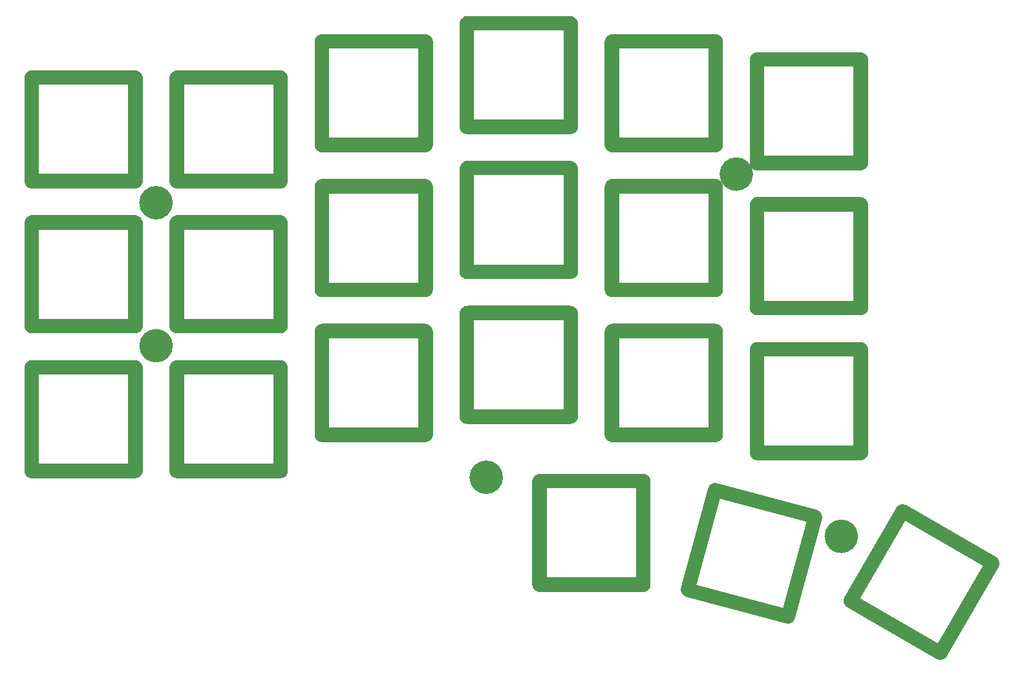
<source format=gbr>
%TF.GenerationSoftware,KiCad,Pcbnew,7.0.7*%
%TF.CreationDate,2023-09-12T18:04:32+01:00*%
%TF.ProjectId,top,746f702e-6b69-4636-9164-5f7063625858,1.0*%
%TF.SameCoordinates,Original*%
%TF.FileFunction,Soldermask,Bot*%
%TF.FilePolarity,Negative*%
%FSLAX46Y46*%
G04 Gerber Fmt 4.6, Leading zero omitted, Abs format (unit mm)*
G04 Created by KiCad (PCBNEW 7.0.7) date 2023-09-12 18:04:32*
%MOMM*%
%LPD*%
G01*
G04 APERTURE LIST*
%ADD10C,1.900000*%
%ADD11C,0.450000*%
%ADD12C,0.000000*%
%ADD13C,2.200000*%
G04 APERTURE END LIST*
D10*
X189013970Y-134039330D02*
X182263970Y-145730670D01*
D11*
X79725000Y-88250000D02*
G75*
G03*
X79725000Y-88250000I-225000J0D01*
G01*
D10*
X152670730Y-124464030D02*
X149176680Y-137504030D01*
D12*
G36*
X101303120Y-102679570D02*
G01*
X101395340Y-102693250D01*
X101485770Y-102715910D01*
X101573550Y-102747310D01*
X101657830Y-102787170D01*
X101737790Y-102835100D01*
X101812670Y-102890640D01*
X101881750Y-102953250D01*
X101944360Y-103022330D01*
X101999900Y-103097210D01*
X102047830Y-103177170D01*
X102087690Y-103261450D01*
X102119090Y-103349230D01*
X102141750Y-103439660D01*
X102155430Y-103531880D01*
X102160000Y-103625000D01*
X102160000Y-110375000D01*
X102160000Y-117125000D01*
X102155430Y-117218120D01*
X102141750Y-117310340D01*
X102119090Y-117400770D01*
X102087690Y-117488550D01*
X102047830Y-117572830D01*
X101999900Y-117652790D01*
X101944360Y-117727670D01*
X101881750Y-117796750D01*
X101812670Y-117859360D01*
X101737790Y-117914900D01*
X101657830Y-117962830D01*
X101573550Y-118002690D01*
X101485770Y-118034090D01*
X101395340Y-118056750D01*
X101303120Y-118070430D01*
X101210000Y-118075000D01*
X101116880Y-118070430D01*
X101024660Y-118056750D01*
X100934230Y-118034090D01*
X100846450Y-118002690D01*
X100762170Y-117962830D01*
X100682210Y-117914900D01*
X100607330Y-117859360D01*
X100538250Y-117796750D01*
X100475640Y-117727670D01*
X100420100Y-117652790D01*
X100372170Y-117572830D01*
X100332310Y-117488550D01*
X100300910Y-117400770D01*
X100278250Y-117310340D01*
X100264570Y-117218120D01*
X100260000Y-117125000D01*
X100260000Y-103625000D01*
X100264570Y-103531880D01*
X100278250Y-103439660D01*
X100300910Y-103349230D01*
X100332310Y-103261450D01*
X100372170Y-103177170D01*
X100420100Y-103097210D01*
X100475640Y-103022330D01*
X100538250Y-102953250D01*
X100607330Y-102890640D01*
X100682210Y-102835100D01*
X100762170Y-102787170D01*
X100846450Y-102747310D01*
X100934230Y-102715910D01*
X101024660Y-102693250D01*
X101116880Y-102679570D01*
X101210000Y-102675000D01*
X101303120Y-102679570D01*
G37*
G36*
X95853120Y-88379570D02*
G01*
X95945340Y-88393250D01*
X96035770Y-88415910D01*
X96123550Y-88447310D01*
X96207830Y-88487170D01*
X96287790Y-88535100D01*
X96362670Y-88590640D01*
X96431750Y-88653250D01*
X96494360Y-88722330D01*
X96549900Y-88797210D01*
X96597830Y-88877170D01*
X96637690Y-88961450D01*
X96669090Y-89049230D01*
X96691750Y-89139660D01*
X96705430Y-89231880D01*
X96710000Y-89325000D01*
X96705430Y-89418120D01*
X96691750Y-89510340D01*
X96669090Y-89600770D01*
X96637690Y-89688550D01*
X96597830Y-89772830D01*
X96549900Y-89852790D01*
X96494360Y-89927670D01*
X96431750Y-89996750D01*
X96362670Y-90059360D01*
X96287790Y-90114900D01*
X96207830Y-90162830D01*
X96123550Y-90202690D01*
X96035770Y-90234090D01*
X95945340Y-90256750D01*
X95853120Y-90270430D01*
X95760000Y-90275000D01*
X82260000Y-90275000D01*
X82166880Y-90270430D01*
X82074660Y-90256750D01*
X81984230Y-90234090D01*
X81896450Y-90202690D01*
X81812170Y-90162830D01*
X81732210Y-90114900D01*
X81657330Y-90059360D01*
X81588250Y-89996750D01*
X81525640Y-89927670D01*
X81470100Y-89852790D01*
X81422170Y-89772830D01*
X81382310Y-89688550D01*
X81350910Y-89600770D01*
X81328250Y-89510340D01*
X81314570Y-89418120D01*
X81310000Y-89325000D01*
X81314570Y-89231880D01*
X81328250Y-89139660D01*
X81350910Y-89049230D01*
X81382310Y-88961450D01*
X81422170Y-88877170D01*
X81470100Y-88797210D01*
X81525640Y-88722330D01*
X81588250Y-88653250D01*
X81657330Y-88590640D01*
X81732210Y-88535100D01*
X81812170Y-88487170D01*
X81896450Y-88447310D01*
X81984230Y-88415910D01*
X82074660Y-88393250D01*
X82166880Y-88379570D01*
X82260000Y-88375000D01*
X89010000Y-88375000D01*
X95760000Y-88375000D01*
X95853120Y-88379570D01*
G37*
G36*
X171853120Y-80604570D02*
G01*
X171945340Y-80618250D01*
X172035770Y-80640910D01*
X172123550Y-80672310D01*
X172207830Y-80712170D01*
X172287790Y-80760100D01*
X172362670Y-80815640D01*
X172431750Y-80878250D01*
X172494360Y-80947330D01*
X172549900Y-81022210D01*
X172597830Y-81102170D01*
X172637690Y-81186450D01*
X172669090Y-81274230D01*
X172691750Y-81364660D01*
X172705430Y-81456880D01*
X172710000Y-81550000D01*
X172705430Y-81643120D01*
X172691750Y-81735340D01*
X172669090Y-81825770D01*
X172637690Y-81913550D01*
X172597830Y-81997830D01*
X172549900Y-82077790D01*
X172494360Y-82152670D01*
X172431750Y-82221750D01*
X172362670Y-82284360D01*
X172287790Y-82339900D01*
X172207830Y-82387830D01*
X172123550Y-82427690D01*
X172035770Y-82459090D01*
X171945340Y-82481750D01*
X171853120Y-82495430D01*
X171760000Y-82500000D01*
X158260000Y-82500000D01*
X158166880Y-82495430D01*
X158074660Y-82481750D01*
X157984230Y-82459090D01*
X157896450Y-82427690D01*
X157812170Y-82387830D01*
X157732210Y-82339900D01*
X157657330Y-82284360D01*
X157588250Y-82221750D01*
X157525640Y-82152670D01*
X157470100Y-82077790D01*
X157422170Y-81997830D01*
X157382310Y-81913550D01*
X157350910Y-81825770D01*
X157328250Y-81735340D01*
X157314570Y-81643120D01*
X157310000Y-81550000D01*
X157314570Y-81456880D01*
X157328250Y-81364660D01*
X157350910Y-81274230D01*
X157382310Y-81186450D01*
X157422170Y-81102170D01*
X157470100Y-81022210D01*
X157525640Y-80947330D01*
X157588250Y-80878250D01*
X157657330Y-80815640D01*
X157732210Y-80760100D01*
X157812170Y-80712170D01*
X157896450Y-80672310D01*
X157984230Y-80640910D01*
X158074660Y-80618250D01*
X158166880Y-80604570D01*
X158260000Y-80600000D01*
X165010000Y-80600000D01*
X171760000Y-80600000D01*
X171853120Y-80604570D01*
G37*
D11*
X170535000Y-129440000D02*
G75*
G03*
X170535000Y-129440000I-225000J0D01*
G01*
X155725000Y-84500000D02*
G75*
G03*
X155725000Y-84500000I-225000J0D01*
G01*
D12*
G36*
X133853120Y-62254570D02*
G01*
X133945340Y-62268250D01*
X134035770Y-62290910D01*
X134123550Y-62322310D01*
X134207830Y-62362170D01*
X134287790Y-62410100D01*
X134362670Y-62465640D01*
X134431750Y-62528250D01*
X134494360Y-62597330D01*
X134549900Y-62672210D01*
X134597830Y-62752170D01*
X134637690Y-62836450D01*
X134669090Y-62924230D01*
X134691750Y-63014660D01*
X134705430Y-63106880D01*
X134710000Y-63200000D01*
X134705430Y-63293120D01*
X134691750Y-63385340D01*
X134669090Y-63475770D01*
X134637690Y-63563550D01*
X134597830Y-63647830D01*
X134549900Y-63727790D01*
X134494360Y-63802670D01*
X134431750Y-63871750D01*
X134362670Y-63934360D01*
X134287790Y-63989900D01*
X134207830Y-64037830D01*
X134123550Y-64077690D01*
X134035770Y-64109090D01*
X133945340Y-64131750D01*
X133853120Y-64145430D01*
X133760000Y-64150000D01*
X120260000Y-64150000D01*
X120166880Y-64145430D01*
X120074660Y-64131750D01*
X119984230Y-64109090D01*
X119896450Y-64077690D01*
X119812170Y-64037830D01*
X119732210Y-63989900D01*
X119657330Y-63934360D01*
X119588250Y-63871750D01*
X119525640Y-63802670D01*
X119470100Y-63727790D01*
X119422170Y-63647830D01*
X119382310Y-63563550D01*
X119350910Y-63475770D01*
X119328250Y-63385340D01*
X119314570Y-63293120D01*
X119310000Y-63200000D01*
X119314570Y-63106880D01*
X119328250Y-63014660D01*
X119350910Y-62924230D01*
X119382310Y-62836450D01*
X119422170Y-62752170D01*
X119470100Y-62672210D01*
X119525640Y-62597330D01*
X119588250Y-62528250D01*
X119657330Y-62465640D01*
X119732210Y-62410100D01*
X119812170Y-62362170D01*
X119896450Y-62322310D01*
X119984230Y-62290910D01*
X120074660Y-62268250D01*
X120166880Y-62254570D01*
X120260000Y-62250000D01*
X127010000Y-62250000D01*
X133760000Y-62250000D01*
X133853120Y-62254570D01*
G37*
G36*
X95853120Y-107379570D02*
G01*
X95945340Y-107393250D01*
X96035770Y-107415910D01*
X96123550Y-107447310D01*
X96207830Y-107487170D01*
X96287790Y-107535100D01*
X96362670Y-107590640D01*
X96431750Y-107653250D01*
X96494360Y-107722330D01*
X96549900Y-107797210D01*
X96597830Y-107877170D01*
X96637690Y-107961450D01*
X96669090Y-108049230D01*
X96691750Y-108139660D01*
X96705430Y-108231880D01*
X96710000Y-108325000D01*
X96705430Y-108418120D01*
X96691750Y-108510340D01*
X96669090Y-108600770D01*
X96637690Y-108688550D01*
X96597830Y-108772830D01*
X96549900Y-108852790D01*
X96494360Y-108927670D01*
X96431750Y-108996750D01*
X96362670Y-109059360D01*
X96287790Y-109114900D01*
X96207830Y-109162830D01*
X96123550Y-109202690D01*
X96035770Y-109234090D01*
X95945340Y-109256750D01*
X95853120Y-109270430D01*
X95760000Y-109275000D01*
X82260000Y-109275000D01*
X82166880Y-109270430D01*
X82074660Y-109256750D01*
X81984230Y-109234090D01*
X81896450Y-109202690D01*
X81812170Y-109162830D01*
X81732210Y-109114900D01*
X81657330Y-109059360D01*
X81588250Y-108996750D01*
X81525640Y-108927670D01*
X81470100Y-108852790D01*
X81422170Y-108772830D01*
X81382310Y-108688550D01*
X81350910Y-108600770D01*
X81328250Y-108510340D01*
X81314570Y-108418120D01*
X81310000Y-108325000D01*
X81314570Y-108231880D01*
X81328250Y-108139660D01*
X81350910Y-108049230D01*
X81382310Y-107961450D01*
X81422170Y-107877170D01*
X81470100Y-107797210D01*
X81525640Y-107722330D01*
X81588250Y-107653250D01*
X81657330Y-107590640D01*
X81732210Y-107535100D01*
X81812170Y-107487170D01*
X81896450Y-107447310D01*
X81984230Y-107415910D01*
X82074660Y-107393250D01*
X82166880Y-107379570D01*
X82260000Y-107375000D01*
X89010000Y-107375000D01*
X95760000Y-107375000D01*
X95853120Y-107379570D01*
G37*
D11*
X155725000Y-81500000D02*
G75*
G03*
X155725000Y-81500000I-225000J0D01*
G01*
X169475000Y-132000000D02*
G75*
G03*
X169475000Y-132000000I-225000J0D01*
G01*
D12*
G36*
X114853120Y-116229570D02*
G01*
X114945340Y-116243250D01*
X115035770Y-116265910D01*
X115123550Y-116297310D01*
X115207830Y-116337170D01*
X115287790Y-116385100D01*
X115362670Y-116440640D01*
X115431750Y-116503250D01*
X115494360Y-116572330D01*
X115549900Y-116647210D01*
X115597830Y-116727170D01*
X115637690Y-116811450D01*
X115669090Y-116899230D01*
X115691750Y-116989660D01*
X115705430Y-117081880D01*
X115710000Y-117175000D01*
X115705430Y-117268120D01*
X115691750Y-117360340D01*
X115669090Y-117450770D01*
X115637690Y-117538550D01*
X115597830Y-117622830D01*
X115549900Y-117702790D01*
X115494360Y-117777670D01*
X115431750Y-117846750D01*
X115362670Y-117909360D01*
X115287790Y-117964900D01*
X115207830Y-118012830D01*
X115123550Y-118052690D01*
X115035770Y-118084090D01*
X114945340Y-118106750D01*
X114853120Y-118120430D01*
X114760000Y-118125000D01*
X101260000Y-118125000D01*
X101166880Y-118120430D01*
X101074660Y-118106750D01*
X100984230Y-118084090D01*
X100896450Y-118052690D01*
X100812170Y-118012830D01*
X100732210Y-117964900D01*
X100657330Y-117909360D01*
X100588250Y-117846750D01*
X100525640Y-117777670D01*
X100470100Y-117702790D01*
X100422170Y-117622830D01*
X100382310Y-117538550D01*
X100350910Y-117450770D01*
X100328250Y-117360340D01*
X100314570Y-117268120D01*
X100310000Y-117175000D01*
X100314570Y-117081880D01*
X100328250Y-116989660D01*
X100350910Y-116899230D01*
X100382310Y-116811450D01*
X100422170Y-116727170D01*
X100470100Y-116647210D01*
X100525640Y-116572330D01*
X100588250Y-116503250D01*
X100657330Y-116440640D01*
X100732210Y-116385100D01*
X100812170Y-116337170D01*
X100896450Y-116297310D01*
X100984230Y-116265910D01*
X101074660Y-116243250D01*
X101166880Y-116229570D01*
X101260000Y-116225000D01*
X108010000Y-116225000D01*
X114760000Y-116225000D01*
X114853120Y-116229570D01*
G37*
G36*
X171903120Y-67054570D02*
G01*
X171995340Y-67068250D01*
X172085770Y-67090910D01*
X172173550Y-67122310D01*
X172257830Y-67162170D01*
X172337790Y-67210100D01*
X172412670Y-67265640D01*
X172481750Y-67328250D01*
X172544360Y-67397330D01*
X172599900Y-67472210D01*
X172647830Y-67552170D01*
X172687690Y-67636450D01*
X172719090Y-67724230D01*
X172741750Y-67814660D01*
X172755430Y-67906880D01*
X172760000Y-68000000D01*
X172760000Y-74750000D01*
X172760000Y-81500000D01*
X172755430Y-81593120D01*
X172741750Y-81685340D01*
X172719090Y-81775770D01*
X172687690Y-81863550D01*
X172647830Y-81947830D01*
X172599900Y-82027790D01*
X172544360Y-82102670D01*
X172481750Y-82171750D01*
X172412670Y-82234360D01*
X172337790Y-82289900D01*
X172257830Y-82337830D01*
X172173550Y-82377690D01*
X172085770Y-82409090D01*
X171995340Y-82431750D01*
X171903120Y-82445430D01*
X171810000Y-82450000D01*
X171716880Y-82445430D01*
X171624660Y-82431750D01*
X171534230Y-82409090D01*
X171446450Y-82377690D01*
X171362170Y-82337830D01*
X171282210Y-82289900D01*
X171207330Y-82234360D01*
X171138250Y-82171750D01*
X171075640Y-82102670D01*
X171020100Y-82027790D01*
X170972170Y-81947830D01*
X170932310Y-81863550D01*
X170900910Y-81775770D01*
X170878250Y-81685340D01*
X170864570Y-81593120D01*
X170860000Y-81500000D01*
X170860000Y-68000000D01*
X170864570Y-67906880D01*
X170878250Y-67814660D01*
X170900910Y-67724230D01*
X170932310Y-67636450D01*
X170972170Y-67552170D01*
X171020100Y-67472210D01*
X171075640Y-67397330D01*
X171138250Y-67328250D01*
X171207330Y-67265640D01*
X171282210Y-67210100D01*
X171362170Y-67162170D01*
X171446450Y-67122310D01*
X171534230Y-67090910D01*
X171624660Y-67068250D01*
X171716880Y-67054570D01*
X171810000Y-67050000D01*
X171903120Y-67054570D01*
G37*
D10*
X165807330Y-127983970D02*
X162313270Y-141023970D01*
D12*
G36*
X139303120Y-102679570D02*
G01*
X139395340Y-102693250D01*
X139485770Y-102715910D01*
X139573550Y-102747310D01*
X139657830Y-102787170D01*
X139737790Y-102835100D01*
X139812670Y-102890640D01*
X139881750Y-102953250D01*
X139944360Y-103022330D01*
X139999900Y-103097210D01*
X140047830Y-103177170D01*
X140087690Y-103261450D01*
X140119090Y-103349230D01*
X140141750Y-103439660D01*
X140155430Y-103531880D01*
X140160000Y-103625000D01*
X140160000Y-110375000D01*
X140160000Y-117125000D01*
X140155430Y-117218120D01*
X140141750Y-117310340D01*
X140119090Y-117400770D01*
X140087690Y-117488550D01*
X140047830Y-117572830D01*
X139999900Y-117652790D01*
X139944360Y-117727670D01*
X139881750Y-117796750D01*
X139812670Y-117859360D01*
X139737790Y-117914900D01*
X139657830Y-117962830D01*
X139573550Y-118002690D01*
X139485770Y-118034090D01*
X139395340Y-118056750D01*
X139303120Y-118070430D01*
X139210000Y-118075000D01*
X139116880Y-118070430D01*
X139024660Y-118056750D01*
X138934230Y-118034090D01*
X138846450Y-118002690D01*
X138762170Y-117962830D01*
X138682210Y-117914900D01*
X138607330Y-117859360D01*
X138538250Y-117796750D01*
X138475640Y-117727670D01*
X138420100Y-117652790D01*
X138372170Y-117572830D01*
X138332310Y-117488550D01*
X138300910Y-117400770D01*
X138278250Y-117310340D01*
X138264570Y-117218120D01*
X138260000Y-117125000D01*
X138260000Y-103625000D01*
X138264570Y-103531880D01*
X138278250Y-103439660D01*
X138300910Y-103349230D01*
X138332310Y-103261450D01*
X138372170Y-103177170D01*
X138420100Y-103097210D01*
X138475640Y-103022330D01*
X138538250Y-102953250D01*
X138607330Y-102890640D01*
X138682210Y-102835100D01*
X138762170Y-102787170D01*
X138846450Y-102747310D01*
X138934230Y-102715910D01*
X139024660Y-102693250D01*
X139116880Y-102679570D01*
X139210000Y-102675000D01*
X139303120Y-102679570D01*
G37*
G36*
X114903120Y-64679570D02*
G01*
X114995340Y-64693250D01*
X115085770Y-64715910D01*
X115173550Y-64747310D01*
X115257830Y-64787170D01*
X115337790Y-64835100D01*
X115412670Y-64890640D01*
X115481750Y-64953250D01*
X115544360Y-65022330D01*
X115599900Y-65097210D01*
X115647830Y-65177170D01*
X115687690Y-65261450D01*
X115719090Y-65349230D01*
X115741750Y-65439660D01*
X115755430Y-65531880D01*
X115760000Y-65625000D01*
X115760000Y-72375000D01*
X115760000Y-79125000D01*
X115755430Y-79218120D01*
X115741750Y-79310340D01*
X115719090Y-79400770D01*
X115687690Y-79488550D01*
X115647830Y-79572830D01*
X115599900Y-79652790D01*
X115544360Y-79727670D01*
X115481750Y-79796750D01*
X115412670Y-79859360D01*
X115337790Y-79914900D01*
X115257830Y-79962830D01*
X115173550Y-80002690D01*
X115085770Y-80034090D01*
X114995340Y-80056750D01*
X114903120Y-80070430D01*
X114810000Y-80075000D01*
X114716880Y-80070430D01*
X114624660Y-80056750D01*
X114534230Y-80034090D01*
X114446450Y-80002690D01*
X114362170Y-79962830D01*
X114282210Y-79914900D01*
X114207330Y-79859360D01*
X114138250Y-79796750D01*
X114075640Y-79727670D01*
X114020100Y-79652790D01*
X113972170Y-79572830D01*
X113932310Y-79488550D01*
X113900910Y-79400770D01*
X113878250Y-79310340D01*
X113864570Y-79218120D01*
X113860000Y-79125000D01*
X113860000Y-65625000D01*
X113864570Y-65531880D01*
X113878250Y-65439660D01*
X113900910Y-65349230D01*
X113932310Y-65261450D01*
X113972170Y-65177170D01*
X114020100Y-65097210D01*
X114075640Y-65022330D01*
X114138250Y-64953250D01*
X114207330Y-64890640D01*
X114282210Y-64835100D01*
X114362170Y-64787170D01*
X114446450Y-64747310D01*
X114534230Y-64715910D01*
X114624660Y-64693250D01*
X114716880Y-64679570D01*
X114810000Y-64675000D01*
X114903120Y-64679570D01*
G37*
G36*
X76853120Y-88379570D02*
G01*
X76945340Y-88393250D01*
X77035770Y-88415910D01*
X77123550Y-88447310D01*
X77207830Y-88487170D01*
X77287790Y-88535100D01*
X77362670Y-88590640D01*
X77431750Y-88653250D01*
X77494360Y-88722330D01*
X77549900Y-88797210D01*
X77597830Y-88877170D01*
X77637690Y-88961450D01*
X77669090Y-89049230D01*
X77691750Y-89139660D01*
X77705430Y-89231880D01*
X77710000Y-89325000D01*
X77705430Y-89418120D01*
X77691750Y-89510340D01*
X77669090Y-89600770D01*
X77637690Y-89688550D01*
X77597830Y-89772830D01*
X77549900Y-89852790D01*
X77494360Y-89927670D01*
X77431750Y-89996750D01*
X77362670Y-90059360D01*
X77287790Y-90114900D01*
X77207830Y-90162830D01*
X77123550Y-90202690D01*
X77035770Y-90234090D01*
X76945340Y-90256750D01*
X76853120Y-90270430D01*
X76760000Y-90275000D01*
X63260000Y-90275000D01*
X63166880Y-90270430D01*
X63074660Y-90256750D01*
X62984230Y-90234090D01*
X62896450Y-90202690D01*
X62812170Y-90162830D01*
X62732210Y-90114900D01*
X62657330Y-90059360D01*
X62588250Y-89996750D01*
X62525640Y-89927670D01*
X62470100Y-89852790D01*
X62422170Y-89772830D01*
X62382310Y-89688550D01*
X62350910Y-89600770D01*
X62328250Y-89510340D01*
X62314570Y-89418120D01*
X62310000Y-89325000D01*
X62314570Y-89231880D01*
X62328250Y-89139660D01*
X62350910Y-89049230D01*
X62382310Y-88961450D01*
X62422170Y-88877170D01*
X62470100Y-88797210D01*
X62525640Y-88722330D01*
X62588250Y-88653250D01*
X62657330Y-88590640D01*
X62732210Y-88535100D01*
X62812170Y-88487170D01*
X62896450Y-88447310D01*
X62984230Y-88415910D01*
X63074660Y-88393250D01*
X63166880Y-88379570D01*
X63260000Y-88375000D01*
X70010000Y-88375000D01*
X76760000Y-88375000D01*
X76853120Y-88379570D01*
G37*
D11*
X167975000Y-130500000D02*
G75*
G03*
X167975000Y-130500000I-225000J0D01*
G01*
D13*
X156600000Y-83000000D02*
G75*
G03*
X156600000Y-83000000I-1100000J0D01*
G01*
D11*
X79725000Y-104000000D02*
G75*
G03*
X79725000Y-104000000I-225000J0D01*
G01*
D12*
G36*
X76903120Y-69429570D02*
G01*
X76995340Y-69443250D01*
X77085770Y-69465910D01*
X77173550Y-69497310D01*
X77257830Y-69537170D01*
X77337790Y-69585100D01*
X77412670Y-69640640D01*
X77481750Y-69703250D01*
X77544360Y-69772330D01*
X77599900Y-69847210D01*
X77647830Y-69927170D01*
X77687690Y-70011450D01*
X77719090Y-70099230D01*
X77741750Y-70189660D01*
X77755430Y-70281880D01*
X77760000Y-70375000D01*
X77760000Y-77125000D01*
X77760000Y-83875000D01*
X77755430Y-83968120D01*
X77741750Y-84060340D01*
X77719090Y-84150770D01*
X77687690Y-84238550D01*
X77647830Y-84322830D01*
X77599900Y-84402790D01*
X77544360Y-84477670D01*
X77481750Y-84546750D01*
X77412670Y-84609360D01*
X77337790Y-84664900D01*
X77257830Y-84712830D01*
X77173550Y-84752690D01*
X77085770Y-84784090D01*
X76995340Y-84806750D01*
X76903120Y-84820430D01*
X76810000Y-84825000D01*
X76716880Y-84820430D01*
X76624660Y-84806750D01*
X76534230Y-84784090D01*
X76446450Y-84752690D01*
X76362170Y-84712830D01*
X76282210Y-84664900D01*
X76207330Y-84609360D01*
X76138250Y-84546750D01*
X76075640Y-84477670D01*
X76020100Y-84402790D01*
X75972170Y-84322830D01*
X75932310Y-84238550D01*
X75900910Y-84150770D01*
X75878250Y-84060340D01*
X75864570Y-83968120D01*
X75860000Y-83875000D01*
X75860000Y-70375000D01*
X75864570Y-70281880D01*
X75878250Y-70189660D01*
X75900910Y-70099230D01*
X75932310Y-70011450D01*
X75972170Y-69927170D01*
X76020100Y-69847210D01*
X76075640Y-69772330D01*
X76138250Y-69703250D01*
X76207330Y-69640640D01*
X76282210Y-69585100D01*
X76362170Y-69537170D01*
X76446450Y-69497310D01*
X76534230Y-69465910D01*
X76624660Y-69443250D01*
X76716880Y-69429570D01*
X76810000Y-69425000D01*
X76903120Y-69429570D01*
G37*
D11*
X80785000Y-104440000D02*
G75*
G03*
X80785000Y-104440000I-225000J0D01*
G01*
D12*
G36*
X143373120Y-135889570D02*
G01*
X143465340Y-135903250D01*
X143555770Y-135925910D01*
X143643550Y-135957310D01*
X143727830Y-135997170D01*
X143807790Y-136045100D01*
X143882670Y-136100640D01*
X143951750Y-136163250D01*
X144014360Y-136232330D01*
X144069900Y-136307210D01*
X144117830Y-136387170D01*
X144157690Y-136471450D01*
X144189090Y-136559230D01*
X144211750Y-136649660D01*
X144225430Y-136741880D01*
X144230000Y-136835000D01*
X144225430Y-136928120D01*
X144211750Y-137020340D01*
X144189090Y-137110770D01*
X144157690Y-137198550D01*
X144117830Y-137282830D01*
X144069900Y-137362790D01*
X144014360Y-137437670D01*
X143951750Y-137506750D01*
X143882670Y-137569360D01*
X143807790Y-137624900D01*
X143727830Y-137672830D01*
X143643550Y-137712690D01*
X143555770Y-137744090D01*
X143465340Y-137766750D01*
X143373120Y-137780430D01*
X143280000Y-137785000D01*
X129780000Y-137785000D01*
X129686880Y-137780430D01*
X129594660Y-137766750D01*
X129504230Y-137744090D01*
X129416450Y-137712690D01*
X129332170Y-137672830D01*
X129252210Y-137624900D01*
X129177330Y-137569360D01*
X129108250Y-137506750D01*
X129045640Y-137437670D01*
X128990100Y-137362790D01*
X128942170Y-137282830D01*
X128902310Y-137198550D01*
X128870910Y-137110770D01*
X128848250Y-137020340D01*
X128834570Y-136928120D01*
X128830000Y-136835000D01*
X128834570Y-136741880D01*
X128848250Y-136649660D01*
X128870910Y-136559230D01*
X128902310Y-136471450D01*
X128942170Y-136387170D01*
X128990100Y-136307210D01*
X129045640Y-136232330D01*
X129108250Y-136163250D01*
X129177330Y-136100640D01*
X129252210Y-136045100D01*
X129332170Y-135997170D01*
X129416450Y-135957310D01*
X129504230Y-135925910D01*
X129594660Y-135903250D01*
X129686880Y-135889570D01*
X129780000Y-135885000D01*
X136530000Y-135885000D01*
X143280000Y-135885000D01*
X143373120Y-135889570D01*
G37*
D11*
X124035000Y-123810000D02*
G75*
G03*
X124035000Y-123810000I-225000J0D01*
G01*
X168415000Y-129440000D02*
G75*
G03*
X168415000Y-129440000I-225000J0D01*
G01*
D12*
G36*
X82303120Y-69429570D02*
G01*
X82395340Y-69443250D01*
X82485770Y-69465910D01*
X82573550Y-69497310D01*
X82657830Y-69537170D01*
X82737790Y-69585100D01*
X82812670Y-69640640D01*
X82881750Y-69703250D01*
X82944360Y-69772330D01*
X82999900Y-69847210D01*
X83047830Y-69927170D01*
X83087690Y-70011450D01*
X83119090Y-70099230D01*
X83141750Y-70189660D01*
X83155430Y-70281880D01*
X83160000Y-70375000D01*
X83160000Y-77125000D01*
X83160000Y-83875000D01*
X83155430Y-83968120D01*
X83141750Y-84060340D01*
X83119090Y-84150770D01*
X83087690Y-84238550D01*
X83047830Y-84322830D01*
X82999900Y-84402790D01*
X82944360Y-84477670D01*
X82881750Y-84546750D01*
X82812670Y-84609360D01*
X82737790Y-84664900D01*
X82657830Y-84712830D01*
X82573550Y-84752690D01*
X82485770Y-84784090D01*
X82395340Y-84806750D01*
X82303120Y-84820430D01*
X82210000Y-84825000D01*
X82116880Y-84820430D01*
X82024660Y-84806750D01*
X81934230Y-84784090D01*
X81846450Y-84752690D01*
X81762170Y-84712830D01*
X81682210Y-84664900D01*
X81607330Y-84609360D01*
X81538250Y-84546750D01*
X81475640Y-84477670D01*
X81420100Y-84402790D01*
X81372170Y-84322830D01*
X81332310Y-84238550D01*
X81300910Y-84150770D01*
X81278250Y-84060340D01*
X81264570Y-83968120D01*
X81260000Y-83875000D01*
X81260000Y-70375000D01*
X81264570Y-70281880D01*
X81278250Y-70189660D01*
X81300910Y-70099230D01*
X81332310Y-70011450D01*
X81372170Y-69927170D01*
X81420100Y-69847210D01*
X81475640Y-69772330D01*
X81538250Y-69703250D01*
X81607330Y-69640640D01*
X81682210Y-69585100D01*
X81762170Y-69537170D01*
X81846450Y-69497310D01*
X81934230Y-69465910D01*
X82024660Y-69443250D01*
X82116880Y-69429570D01*
X82210000Y-69425000D01*
X82303120Y-69429570D01*
G37*
G36*
X101303120Y-83679570D02*
G01*
X101395340Y-83693250D01*
X101485770Y-83715910D01*
X101573550Y-83747310D01*
X101657830Y-83787170D01*
X101737790Y-83835100D01*
X101812670Y-83890640D01*
X101881750Y-83953250D01*
X101944360Y-84022330D01*
X101999900Y-84097210D01*
X102047830Y-84177170D01*
X102087690Y-84261450D01*
X102119090Y-84349230D01*
X102141750Y-84439660D01*
X102155430Y-84531880D01*
X102160000Y-84625000D01*
X102160000Y-91375000D01*
X102160000Y-98125000D01*
X102155430Y-98218120D01*
X102141750Y-98310340D01*
X102119090Y-98400770D01*
X102087690Y-98488550D01*
X102047830Y-98572830D01*
X101999900Y-98652790D01*
X101944360Y-98727670D01*
X101881750Y-98796750D01*
X101812670Y-98859360D01*
X101737790Y-98914900D01*
X101657830Y-98962830D01*
X101573550Y-99002690D01*
X101485770Y-99034090D01*
X101395340Y-99056750D01*
X101303120Y-99070430D01*
X101210000Y-99075000D01*
X101116880Y-99070430D01*
X101024660Y-99056750D01*
X100934230Y-99034090D01*
X100846450Y-99002690D01*
X100762170Y-98962830D01*
X100682210Y-98914900D01*
X100607330Y-98859360D01*
X100538250Y-98796750D01*
X100475640Y-98727670D01*
X100420100Y-98652790D01*
X100372170Y-98572830D01*
X100332310Y-98488550D01*
X100300910Y-98400770D01*
X100278250Y-98310340D01*
X100264570Y-98218120D01*
X100260000Y-98125000D01*
X100260000Y-84625000D01*
X100264570Y-84531880D01*
X100278250Y-84439660D01*
X100300910Y-84349230D01*
X100332310Y-84261450D01*
X100372170Y-84177170D01*
X100420100Y-84097210D01*
X100475640Y-84022330D01*
X100538250Y-83953250D01*
X100607330Y-83890640D01*
X100682210Y-83835100D01*
X100762170Y-83787170D01*
X100846450Y-83747310D01*
X100934230Y-83715910D01*
X101024660Y-83693250D01*
X101116880Y-83679570D01*
X101210000Y-83675000D01*
X101303120Y-83679570D01*
G37*
D11*
X157225000Y-83000000D02*
G75*
G03*
X157225000Y-83000000I-225000J0D01*
G01*
X78225000Y-105500000D02*
G75*
G03*
X78225000Y-105500000I-225000J0D01*
G01*
D12*
G36*
X129823120Y-122339570D02*
G01*
X129915340Y-122353250D01*
X130005770Y-122375910D01*
X130093550Y-122407310D01*
X130177830Y-122447170D01*
X130257790Y-122495100D01*
X130332670Y-122550640D01*
X130401750Y-122613250D01*
X130464360Y-122682330D01*
X130519900Y-122757210D01*
X130567830Y-122837170D01*
X130607690Y-122921450D01*
X130639090Y-123009230D01*
X130661750Y-123099660D01*
X130675430Y-123191880D01*
X130680000Y-123285000D01*
X130680000Y-130035000D01*
X130680000Y-136785000D01*
X130675430Y-136878120D01*
X130661750Y-136970340D01*
X130639090Y-137060770D01*
X130607690Y-137148550D01*
X130567830Y-137232830D01*
X130519900Y-137312790D01*
X130464360Y-137387670D01*
X130401750Y-137456750D01*
X130332670Y-137519360D01*
X130257790Y-137574900D01*
X130177830Y-137622830D01*
X130093550Y-137662690D01*
X130005770Y-137694090D01*
X129915340Y-137716750D01*
X129823120Y-137730430D01*
X129730000Y-137735000D01*
X129636880Y-137730430D01*
X129544660Y-137716750D01*
X129454230Y-137694090D01*
X129366450Y-137662690D01*
X129282170Y-137622830D01*
X129202210Y-137574900D01*
X129127330Y-137519360D01*
X129058250Y-137456750D01*
X128995640Y-137387670D01*
X128940100Y-137312790D01*
X128892170Y-137232830D01*
X128852310Y-137148550D01*
X128820910Y-137060770D01*
X128798250Y-136970340D01*
X128784570Y-136878120D01*
X128780000Y-136785000D01*
X128780000Y-123285000D01*
X128784570Y-123191880D01*
X128798250Y-123099660D01*
X128820910Y-123009230D01*
X128852310Y-122921450D01*
X128892170Y-122837170D01*
X128940100Y-122757210D01*
X128995640Y-122682330D01*
X129058250Y-122613250D01*
X129127330Y-122550640D01*
X129202210Y-122495100D01*
X129282170Y-122447170D01*
X129366450Y-122407310D01*
X129454230Y-122375910D01*
X129544660Y-122353250D01*
X129636880Y-122339570D01*
X129730000Y-122335000D01*
X129823120Y-122339570D01*
G37*
D11*
X78665000Y-87810000D02*
G75*
G03*
X78665000Y-87810000I-225000J0D01*
G01*
X79725000Y-107000000D02*
G75*
G03*
X79725000Y-107000000I-225000J0D01*
G01*
D12*
G36*
X114903120Y-83679570D02*
G01*
X114995340Y-83693250D01*
X115085770Y-83715910D01*
X115173550Y-83747310D01*
X115257830Y-83787170D01*
X115337790Y-83835100D01*
X115412670Y-83890640D01*
X115481750Y-83953250D01*
X115544360Y-84022330D01*
X115599900Y-84097210D01*
X115647830Y-84177170D01*
X115687690Y-84261450D01*
X115719090Y-84349230D01*
X115741750Y-84439660D01*
X115755430Y-84531880D01*
X115760000Y-84625000D01*
X115760000Y-91375000D01*
X115760000Y-98125000D01*
X115755430Y-98218120D01*
X115741750Y-98310340D01*
X115719090Y-98400770D01*
X115687690Y-98488550D01*
X115647830Y-98572830D01*
X115599900Y-98652790D01*
X115544360Y-98727670D01*
X115481750Y-98796750D01*
X115412670Y-98859360D01*
X115337790Y-98914900D01*
X115257830Y-98962830D01*
X115173550Y-99002690D01*
X115085770Y-99034090D01*
X114995340Y-99056750D01*
X114903120Y-99070430D01*
X114810000Y-99075000D01*
X114716880Y-99070430D01*
X114624660Y-99056750D01*
X114534230Y-99034090D01*
X114446450Y-99002690D01*
X114362170Y-98962830D01*
X114282210Y-98914900D01*
X114207330Y-98859360D01*
X114138250Y-98796750D01*
X114075640Y-98727670D01*
X114020100Y-98652790D01*
X113972170Y-98572830D01*
X113932310Y-98488550D01*
X113900910Y-98400770D01*
X113878250Y-98310340D01*
X113864570Y-98218120D01*
X113860000Y-98125000D01*
X113860000Y-84625000D01*
X113864570Y-84531880D01*
X113878250Y-84439660D01*
X113900910Y-84349230D01*
X113932310Y-84261450D01*
X113972170Y-84177170D01*
X114020100Y-84097210D01*
X114075640Y-84022330D01*
X114138250Y-83953250D01*
X114207330Y-83890640D01*
X114282210Y-83835100D01*
X114362170Y-83787170D01*
X114446450Y-83747310D01*
X114534230Y-83715910D01*
X114624660Y-83693250D01*
X114716880Y-83679570D01*
X114810000Y-83675000D01*
X114903120Y-83679570D01*
G37*
G36*
X82303120Y-107429570D02*
G01*
X82395340Y-107443250D01*
X82485770Y-107465910D01*
X82573550Y-107497310D01*
X82657830Y-107537170D01*
X82737790Y-107585100D01*
X82812670Y-107640640D01*
X82881750Y-107703250D01*
X82944360Y-107772330D01*
X82999900Y-107847210D01*
X83047830Y-107927170D01*
X83087690Y-108011450D01*
X83119090Y-108099230D01*
X83141750Y-108189660D01*
X83155430Y-108281880D01*
X83160000Y-108375000D01*
X83160000Y-115125000D01*
X83160000Y-121875000D01*
X83155430Y-121968120D01*
X83141750Y-122060340D01*
X83119090Y-122150770D01*
X83087690Y-122238550D01*
X83047830Y-122322830D01*
X82999900Y-122402790D01*
X82944360Y-122477670D01*
X82881750Y-122546750D01*
X82812670Y-122609360D01*
X82737790Y-122664900D01*
X82657830Y-122712830D01*
X82573550Y-122752690D01*
X82485770Y-122784090D01*
X82395340Y-122806750D01*
X82303120Y-122820430D01*
X82210000Y-122825000D01*
X82116880Y-122820430D01*
X82024660Y-122806750D01*
X81934230Y-122784090D01*
X81846450Y-122752690D01*
X81762170Y-122712830D01*
X81682210Y-122664900D01*
X81607330Y-122609360D01*
X81538250Y-122546750D01*
X81475640Y-122477670D01*
X81420100Y-122402790D01*
X81372170Y-122322830D01*
X81332310Y-122238550D01*
X81300910Y-122150770D01*
X81278250Y-122060340D01*
X81264570Y-121968120D01*
X81260000Y-121875000D01*
X81260000Y-108375000D01*
X81264570Y-108281880D01*
X81278250Y-108189660D01*
X81300910Y-108099230D01*
X81332310Y-108011450D01*
X81372170Y-107927170D01*
X81420100Y-107847210D01*
X81475640Y-107772330D01*
X81538250Y-107703250D01*
X81607330Y-107640640D01*
X81682210Y-107585100D01*
X81762170Y-107537170D01*
X81846450Y-107497310D01*
X81934230Y-107465910D01*
X82024660Y-107443250D01*
X82116880Y-107429570D01*
X82210000Y-107425000D01*
X82303120Y-107429570D01*
G37*
G36*
X152853120Y-97229570D02*
G01*
X152945340Y-97243250D01*
X153035770Y-97265910D01*
X153123550Y-97297310D01*
X153207830Y-97337170D01*
X153287790Y-97385100D01*
X153362670Y-97440640D01*
X153431750Y-97503250D01*
X153494360Y-97572330D01*
X153549900Y-97647210D01*
X153597830Y-97727170D01*
X153637690Y-97811450D01*
X153669090Y-97899230D01*
X153691750Y-97989660D01*
X153705430Y-98081880D01*
X153710000Y-98175000D01*
X153705430Y-98268120D01*
X153691750Y-98360340D01*
X153669090Y-98450770D01*
X153637690Y-98538550D01*
X153597830Y-98622830D01*
X153549900Y-98702790D01*
X153494360Y-98777670D01*
X153431750Y-98846750D01*
X153362670Y-98909360D01*
X153287790Y-98964900D01*
X153207830Y-99012830D01*
X153123550Y-99052690D01*
X153035770Y-99084090D01*
X152945340Y-99106750D01*
X152853120Y-99120430D01*
X152760000Y-99125000D01*
X139260000Y-99125000D01*
X139166880Y-99120430D01*
X139074660Y-99106750D01*
X138984230Y-99084090D01*
X138896450Y-99052690D01*
X138812170Y-99012830D01*
X138732210Y-98964900D01*
X138657330Y-98909360D01*
X138588250Y-98846750D01*
X138525640Y-98777670D01*
X138470100Y-98702790D01*
X138422170Y-98622830D01*
X138382310Y-98538550D01*
X138350910Y-98450770D01*
X138328250Y-98360340D01*
X138314570Y-98268120D01*
X138310000Y-98175000D01*
X138314570Y-98081880D01*
X138328250Y-97989660D01*
X138350910Y-97899230D01*
X138382310Y-97811450D01*
X138422170Y-97727170D01*
X138470100Y-97647210D01*
X138525640Y-97572330D01*
X138588250Y-97503250D01*
X138657330Y-97440640D01*
X138732210Y-97385100D01*
X138812170Y-97337170D01*
X138896450Y-97297310D01*
X138984230Y-97265910D01*
X139074660Y-97243250D01*
X139166880Y-97229570D01*
X139260000Y-97225000D01*
X146010000Y-97225000D01*
X152760000Y-97225000D01*
X152853120Y-97229570D01*
G37*
G36*
X95853120Y-120979570D02*
G01*
X95945340Y-120993250D01*
X96035770Y-121015910D01*
X96123550Y-121047310D01*
X96207830Y-121087170D01*
X96287790Y-121135100D01*
X96362670Y-121190640D01*
X96431750Y-121253250D01*
X96494360Y-121322330D01*
X96549900Y-121397210D01*
X96597830Y-121477170D01*
X96637690Y-121561450D01*
X96669090Y-121649230D01*
X96691750Y-121739660D01*
X96705430Y-121831880D01*
X96710000Y-121925000D01*
X96705430Y-122018120D01*
X96691750Y-122110340D01*
X96669090Y-122200770D01*
X96637690Y-122288550D01*
X96597830Y-122372830D01*
X96549900Y-122452790D01*
X96494360Y-122527670D01*
X96431750Y-122596750D01*
X96362670Y-122659360D01*
X96287790Y-122714900D01*
X96207830Y-122762830D01*
X96123550Y-122802690D01*
X96035770Y-122834090D01*
X95945340Y-122856750D01*
X95853120Y-122870430D01*
X95760000Y-122875000D01*
X82260000Y-122875000D01*
X82166880Y-122870430D01*
X82074660Y-122856750D01*
X81984230Y-122834090D01*
X81896450Y-122802690D01*
X81812170Y-122762830D01*
X81732210Y-122714900D01*
X81657330Y-122659360D01*
X81588250Y-122596750D01*
X81525640Y-122527670D01*
X81470100Y-122452790D01*
X81422170Y-122372830D01*
X81382310Y-122288550D01*
X81350910Y-122200770D01*
X81328250Y-122110340D01*
X81314570Y-122018120D01*
X81310000Y-121925000D01*
X81314570Y-121831880D01*
X81328250Y-121739660D01*
X81350910Y-121649230D01*
X81382310Y-121561450D01*
X81422170Y-121477170D01*
X81470100Y-121397210D01*
X81525640Y-121322330D01*
X81588250Y-121253250D01*
X81657330Y-121190640D01*
X81732210Y-121135100D01*
X81812170Y-121087170D01*
X81896450Y-121047310D01*
X81984230Y-121015910D01*
X82074660Y-120993250D01*
X82166880Y-120979570D01*
X82260000Y-120975000D01*
X89010000Y-120975000D01*
X95760000Y-120975000D01*
X95853120Y-120979570D01*
G37*
G36*
X171853120Y-99604570D02*
G01*
X171945340Y-99618250D01*
X172035770Y-99640910D01*
X172123550Y-99672310D01*
X172207830Y-99712170D01*
X172287790Y-99760100D01*
X172362670Y-99815640D01*
X172431750Y-99878250D01*
X172494360Y-99947330D01*
X172549900Y-100022210D01*
X172597830Y-100102170D01*
X172637690Y-100186450D01*
X172669090Y-100274230D01*
X172691750Y-100364660D01*
X172705430Y-100456880D01*
X172710000Y-100550000D01*
X172705430Y-100643120D01*
X172691750Y-100735340D01*
X172669090Y-100825770D01*
X172637690Y-100913550D01*
X172597830Y-100997830D01*
X172549900Y-101077790D01*
X172494360Y-101152670D01*
X172431750Y-101221750D01*
X172362670Y-101284360D01*
X172287790Y-101339900D01*
X172207830Y-101387830D01*
X172123550Y-101427690D01*
X172035770Y-101459090D01*
X171945340Y-101481750D01*
X171853120Y-101495430D01*
X171760000Y-101500000D01*
X158260000Y-101500000D01*
X158166880Y-101495430D01*
X158074660Y-101481750D01*
X157984230Y-101459090D01*
X157896450Y-101427690D01*
X157812170Y-101387830D01*
X157732210Y-101339900D01*
X157657330Y-101284360D01*
X157588250Y-101221750D01*
X157525640Y-101152670D01*
X157470100Y-101077790D01*
X157422170Y-100997830D01*
X157382310Y-100913550D01*
X157350910Y-100825770D01*
X157328250Y-100735340D01*
X157314570Y-100643120D01*
X157310000Y-100550000D01*
X157314570Y-100456880D01*
X157328250Y-100364660D01*
X157350910Y-100274230D01*
X157382310Y-100186450D01*
X157422170Y-100102170D01*
X157470100Y-100022210D01*
X157525640Y-99947330D01*
X157588250Y-99878250D01*
X157657330Y-99815640D01*
X157732210Y-99760100D01*
X157812170Y-99712170D01*
X157896450Y-99672310D01*
X157984230Y-99640910D01*
X158074660Y-99618250D01*
X158166880Y-99604570D01*
X158260000Y-99600000D01*
X165010000Y-99600000D01*
X171760000Y-99600000D01*
X171853120Y-99604570D01*
G37*
G36*
X152853120Y-64629570D02*
G01*
X152945340Y-64643250D01*
X153035770Y-64665910D01*
X153123550Y-64697310D01*
X153207830Y-64737170D01*
X153287790Y-64785100D01*
X153362670Y-64840640D01*
X153431750Y-64903250D01*
X153494360Y-64972330D01*
X153549900Y-65047210D01*
X153597830Y-65127170D01*
X153637690Y-65211450D01*
X153669090Y-65299230D01*
X153691750Y-65389660D01*
X153705430Y-65481880D01*
X153710000Y-65575000D01*
X153705430Y-65668120D01*
X153691750Y-65760340D01*
X153669090Y-65850770D01*
X153637690Y-65938550D01*
X153597830Y-66022830D01*
X153549900Y-66102790D01*
X153494360Y-66177670D01*
X153431750Y-66246750D01*
X153362670Y-66309360D01*
X153287790Y-66364900D01*
X153207830Y-66412830D01*
X153123550Y-66452690D01*
X153035770Y-66484090D01*
X152945340Y-66506750D01*
X152853120Y-66520430D01*
X152760000Y-66525000D01*
X139260000Y-66525000D01*
X139166880Y-66520430D01*
X139074660Y-66506750D01*
X138984230Y-66484090D01*
X138896450Y-66452690D01*
X138812170Y-66412830D01*
X138732210Y-66364900D01*
X138657330Y-66309360D01*
X138588250Y-66246750D01*
X138525640Y-66177670D01*
X138470100Y-66102790D01*
X138422170Y-66022830D01*
X138382310Y-65938550D01*
X138350910Y-65850770D01*
X138328250Y-65760340D01*
X138314570Y-65668120D01*
X138310000Y-65575000D01*
X138314570Y-65481880D01*
X138328250Y-65389660D01*
X138350910Y-65299230D01*
X138382310Y-65211450D01*
X138422170Y-65127170D01*
X138470100Y-65047210D01*
X138525640Y-64972330D01*
X138588250Y-64903250D01*
X138657330Y-64840640D01*
X138732210Y-64785100D01*
X138812170Y-64737170D01*
X138896450Y-64697310D01*
X138984230Y-64665910D01*
X139074660Y-64643250D01*
X139166880Y-64629570D01*
X139260000Y-64625000D01*
X146010000Y-64625000D01*
X152760000Y-64625000D01*
X152853120Y-64629570D01*
G37*
D11*
X78225000Y-86750000D02*
G75*
G03*
X78225000Y-86750000I-225000J0D01*
G01*
D12*
G36*
X152853120Y-116229570D02*
G01*
X152945340Y-116243250D01*
X153035770Y-116265910D01*
X153123550Y-116297310D01*
X153207830Y-116337170D01*
X153287790Y-116385100D01*
X153362670Y-116440640D01*
X153431750Y-116503250D01*
X153494360Y-116572330D01*
X153549900Y-116647210D01*
X153597830Y-116727170D01*
X153637690Y-116811450D01*
X153669090Y-116899230D01*
X153691750Y-116989660D01*
X153705430Y-117081880D01*
X153710000Y-117175000D01*
X153705430Y-117268120D01*
X153691750Y-117360340D01*
X153669090Y-117450770D01*
X153637690Y-117538550D01*
X153597830Y-117622830D01*
X153549900Y-117702790D01*
X153494360Y-117777670D01*
X153431750Y-117846750D01*
X153362670Y-117909360D01*
X153287790Y-117964900D01*
X153207830Y-118012830D01*
X153123550Y-118052690D01*
X153035770Y-118084090D01*
X152945340Y-118106750D01*
X152853120Y-118120430D01*
X152760000Y-118125000D01*
X139260000Y-118125000D01*
X139166880Y-118120430D01*
X139074660Y-118106750D01*
X138984230Y-118084090D01*
X138896450Y-118052690D01*
X138812170Y-118012830D01*
X138732210Y-117964900D01*
X138657330Y-117909360D01*
X138588250Y-117846750D01*
X138525640Y-117777670D01*
X138470100Y-117702790D01*
X138422170Y-117622830D01*
X138382310Y-117538550D01*
X138350910Y-117450770D01*
X138328250Y-117360340D01*
X138314570Y-117268120D01*
X138310000Y-117175000D01*
X138314570Y-117081880D01*
X138328250Y-116989660D01*
X138350910Y-116899230D01*
X138382310Y-116811450D01*
X138422170Y-116727170D01*
X138470100Y-116647210D01*
X138525640Y-116572330D01*
X138588250Y-116503250D01*
X138657330Y-116440640D01*
X138732210Y-116385100D01*
X138812170Y-116337170D01*
X138896450Y-116297310D01*
X138984230Y-116265910D01*
X139074660Y-116243250D01*
X139166880Y-116229570D01*
X139260000Y-116225000D01*
X146010000Y-116225000D01*
X152760000Y-116225000D01*
X152853120Y-116229570D01*
G37*
D11*
X80785000Y-106560000D02*
G75*
G03*
X80785000Y-106560000I-225000J0D01*
G01*
X78665000Y-106560000D02*
G75*
G03*
X78665000Y-106560000I-225000J0D01*
G01*
X156785000Y-81940000D02*
G75*
G03*
X156785000Y-81940000I-225000J0D01*
G01*
D12*
G36*
X95853120Y-69379570D02*
G01*
X95945340Y-69393250D01*
X96035770Y-69415910D01*
X96123550Y-69447310D01*
X96207830Y-69487170D01*
X96287790Y-69535100D01*
X96362670Y-69590640D01*
X96431750Y-69653250D01*
X96494360Y-69722330D01*
X96549900Y-69797210D01*
X96597830Y-69877170D01*
X96637690Y-69961450D01*
X96669090Y-70049230D01*
X96691750Y-70139660D01*
X96705430Y-70231880D01*
X96710000Y-70325000D01*
X96705430Y-70418120D01*
X96691750Y-70510340D01*
X96669090Y-70600770D01*
X96637690Y-70688550D01*
X96597830Y-70772830D01*
X96549900Y-70852790D01*
X96494360Y-70927670D01*
X96431750Y-70996750D01*
X96362670Y-71059360D01*
X96287790Y-71114900D01*
X96207830Y-71162830D01*
X96123550Y-71202690D01*
X96035770Y-71234090D01*
X95945340Y-71256750D01*
X95853120Y-71270430D01*
X95760000Y-71275000D01*
X82260000Y-71275000D01*
X82166880Y-71270430D01*
X82074660Y-71256750D01*
X81984230Y-71234090D01*
X81896450Y-71202690D01*
X81812170Y-71162830D01*
X81732210Y-71114900D01*
X81657330Y-71059360D01*
X81588250Y-70996750D01*
X81525640Y-70927670D01*
X81470100Y-70852790D01*
X81422170Y-70772830D01*
X81382310Y-70688550D01*
X81350910Y-70600770D01*
X81328250Y-70510340D01*
X81314570Y-70418120D01*
X81310000Y-70325000D01*
X81314570Y-70231880D01*
X81328250Y-70139660D01*
X81350910Y-70049230D01*
X81382310Y-69961450D01*
X81422170Y-69877170D01*
X81470100Y-69797210D01*
X81525640Y-69722330D01*
X81588250Y-69653250D01*
X81657330Y-69590640D01*
X81732210Y-69535100D01*
X81812170Y-69487170D01*
X81896450Y-69447310D01*
X81984230Y-69415910D01*
X82074660Y-69393250D01*
X82166880Y-69379570D01*
X82260000Y-69375000D01*
X89010000Y-69375000D01*
X95760000Y-69375000D01*
X95853120Y-69379570D01*
G37*
G36*
X95903120Y-88429570D02*
G01*
X95995340Y-88443250D01*
X96085770Y-88465910D01*
X96173550Y-88497310D01*
X96257830Y-88537170D01*
X96337790Y-88585100D01*
X96412670Y-88640640D01*
X96481750Y-88703250D01*
X96544360Y-88772330D01*
X96599900Y-88847210D01*
X96647830Y-88927170D01*
X96687690Y-89011450D01*
X96719090Y-89099230D01*
X96741750Y-89189660D01*
X96755430Y-89281880D01*
X96760000Y-89375000D01*
X96760000Y-96125000D01*
X96760000Y-102875000D01*
X96755430Y-102968120D01*
X96741750Y-103060340D01*
X96719090Y-103150770D01*
X96687690Y-103238550D01*
X96647830Y-103322830D01*
X96599900Y-103402790D01*
X96544360Y-103477670D01*
X96481750Y-103546750D01*
X96412670Y-103609360D01*
X96337790Y-103664900D01*
X96257830Y-103712830D01*
X96173550Y-103752690D01*
X96085770Y-103784090D01*
X95995340Y-103806750D01*
X95903120Y-103820430D01*
X95810000Y-103825000D01*
X95716880Y-103820430D01*
X95624660Y-103806750D01*
X95534230Y-103784090D01*
X95446450Y-103752690D01*
X95362170Y-103712830D01*
X95282210Y-103664900D01*
X95207330Y-103609360D01*
X95138250Y-103546750D01*
X95075640Y-103477670D01*
X95020100Y-103402790D01*
X94972170Y-103322830D01*
X94932310Y-103238550D01*
X94900910Y-103150770D01*
X94878250Y-103060340D01*
X94864570Y-102968120D01*
X94860000Y-102875000D01*
X94860000Y-89375000D01*
X94864570Y-89281880D01*
X94878250Y-89189660D01*
X94900910Y-89099230D01*
X94932310Y-89011450D01*
X94972170Y-88927170D01*
X95020100Y-88847210D01*
X95075640Y-88772330D01*
X95138250Y-88703250D01*
X95207330Y-88640640D01*
X95282210Y-88585100D01*
X95362170Y-88537170D01*
X95446450Y-88497310D01*
X95534230Y-88465910D01*
X95624660Y-88443250D01*
X95716880Y-88429570D01*
X95810000Y-88425000D01*
X95903120Y-88429570D01*
G37*
G36*
X120303120Y-81304570D02*
G01*
X120395340Y-81318250D01*
X120485770Y-81340910D01*
X120573550Y-81372310D01*
X120657830Y-81412170D01*
X120737790Y-81460100D01*
X120812670Y-81515640D01*
X120881750Y-81578250D01*
X120944360Y-81647330D01*
X120999900Y-81722210D01*
X121047830Y-81802170D01*
X121087690Y-81886450D01*
X121119090Y-81974230D01*
X121141750Y-82064660D01*
X121155430Y-82156880D01*
X121160000Y-82250000D01*
X121160000Y-89000000D01*
X121160000Y-95750000D01*
X121155430Y-95843120D01*
X121141750Y-95935340D01*
X121119090Y-96025770D01*
X121087690Y-96113550D01*
X121047830Y-96197830D01*
X120999900Y-96277790D01*
X120944360Y-96352670D01*
X120881750Y-96421750D01*
X120812670Y-96484360D01*
X120737790Y-96539900D01*
X120657830Y-96587830D01*
X120573550Y-96627690D01*
X120485770Y-96659090D01*
X120395340Y-96681750D01*
X120303120Y-96695430D01*
X120210000Y-96700000D01*
X120116880Y-96695430D01*
X120024660Y-96681750D01*
X119934230Y-96659090D01*
X119846450Y-96627690D01*
X119762170Y-96587830D01*
X119682210Y-96539900D01*
X119607330Y-96484360D01*
X119538250Y-96421750D01*
X119475640Y-96352670D01*
X119420100Y-96277790D01*
X119372170Y-96197830D01*
X119332310Y-96113550D01*
X119300910Y-96025770D01*
X119278250Y-95935340D01*
X119264570Y-95843120D01*
X119260000Y-95750000D01*
X119260000Y-82250000D01*
X119264570Y-82156880D01*
X119278250Y-82064660D01*
X119300910Y-81974230D01*
X119332310Y-81886450D01*
X119372170Y-81802170D01*
X119420100Y-81722210D01*
X119475640Y-81647330D01*
X119538250Y-81578250D01*
X119607330Y-81515640D01*
X119682210Y-81460100D01*
X119762170Y-81412170D01*
X119846450Y-81372310D01*
X119934230Y-81340910D01*
X120024660Y-81318250D01*
X120116880Y-81304570D01*
X120210000Y-81300000D01*
X120303120Y-81304570D01*
G37*
D11*
X80785000Y-87810000D02*
G75*
G03*
X80785000Y-87810000I-225000J0D01*
G01*
D12*
G36*
X114853120Y-64629570D02*
G01*
X114945340Y-64643250D01*
X115035770Y-64665910D01*
X115123550Y-64697310D01*
X115207830Y-64737170D01*
X115287790Y-64785100D01*
X115362670Y-64840640D01*
X115431750Y-64903250D01*
X115494360Y-64972330D01*
X115549900Y-65047210D01*
X115597830Y-65127170D01*
X115637690Y-65211450D01*
X115669090Y-65299230D01*
X115691750Y-65389660D01*
X115705430Y-65481880D01*
X115710000Y-65575000D01*
X115705430Y-65668120D01*
X115691750Y-65760340D01*
X115669090Y-65850770D01*
X115637690Y-65938550D01*
X115597830Y-66022830D01*
X115549900Y-66102790D01*
X115494360Y-66177670D01*
X115431750Y-66246750D01*
X115362670Y-66309360D01*
X115287790Y-66364900D01*
X115207830Y-66412830D01*
X115123550Y-66452690D01*
X115035770Y-66484090D01*
X114945340Y-66506750D01*
X114853120Y-66520430D01*
X114760000Y-66525000D01*
X101260000Y-66525000D01*
X101166880Y-66520430D01*
X101074660Y-66506750D01*
X100984230Y-66484090D01*
X100896450Y-66452690D01*
X100812170Y-66412830D01*
X100732210Y-66364900D01*
X100657330Y-66309360D01*
X100588250Y-66246750D01*
X100525640Y-66177670D01*
X100470100Y-66102790D01*
X100422170Y-66022830D01*
X100382310Y-65938550D01*
X100350910Y-65850770D01*
X100328250Y-65760340D01*
X100314570Y-65668120D01*
X100310000Y-65575000D01*
X100314570Y-65481880D01*
X100328250Y-65389660D01*
X100350910Y-65299230D01*
X100382310Y-65211450D01*
X100422170Y-65127170D01*
X100470100Y-65047210D01*
X100525640Y-64972330D01*
X100588250Y-64903250D01*
X100657330Y-64840640D01*
X100732210Y-64785100D01*
X100812170Y-64737170D01*
X100896450Y-64697310D01*
X100984230Y-64665910D01*
X101074660Y-64643250D01*
X101166880Y-64629570D01*
X101260000Y-64625000D01*
X108010000Y-64625000D01*
X114760000Y-64625000D01*
X114853120Y-64629570D01*
G37*
G36*
X133903120Y-81304570D02*
G01*
X133995340Y-81318250D01*
X134085770Y-81340910D01*
X134173550Y-81372310D01*
X134257830Y-81412170D01*
X134337790Y-81460100D01*
X134412670Y-81515640D01*
X134481750Y-81578250D01*
X134544360Y-81647330D01*
X134599900Y-81722210D01*
X134647830Y-81802170D01*
X134687690Y-81886450D01*
X134719090Y-81974230D01*
X134741750Y-82064660D01*
X134755430Y-82156880D01*
X134760000Y-82250000D01*
X134760000Y-89000000D01*
X134760000Y-95750000D01*
X134755430Y-95843120D01*
X134741750Y-95935340D01*
X134719090Y-96025770D01*
X134687690Y-96113550D01*
X134647830Y-96197830D01*
X134599900Y-96277790D01*
X134544360Y-96352670D01*
X134481750Y-96421750D01*
X134412670Y-96484360D01*
X134337790Y-96539900D01*
X134257830Y-96587830D01*
X134173550Y-96627690D01*
X134085770Y-96659090D01*
X133995340Y-96681750D01*
X133903120Y-96695430D01*
X133810000Y-96700000D01*
X133716880Y-96695430D01*
X133624660Y-96681750D01*
X133534230Y-96659090D01*
X133446450Y-96627690D01*
X133362170Y-96587830D01*
X133282210Y-96539900D01*
X133207330Y-96484360D01*
X133138250Y-96421750D01*
X133075640Y-96352670D01*
X133020100Y-96277790D01*
X132972170Y-96197830D01*
X132932310Y-96113550D01*
X132900910Y-96025770D01*
X132878250Y-95935340D01*
X132864570Y-95843120D01*
X132860000Y-95750000D01*
X132860000Y-82250000D01*
X132864570Y-82156880D01*
X132878250Y-82064660D01*
X132900910Y-81974230D01*
X132932310Y-81886450D01*
X132972170Y-81802170D01*
X133020100Y-81722210D01*
X133075640Y-81647330D01*
X133138250Y-81578250D01*
X133207330Y-81515640D01*
X133282210Y-81460100D01*
X133362170Y-81412170D01*
X133446450Y-81372310D01*
X133534230Y-81340910D01*
X133624660Y-81318250D01*
X133716880Y-81304570D01*
X133810000Y-81300000D01*
X133903120Y-81304570D01*
G37*
G36*
X143373120Y-122289570D02*
G01*
X143465340Y-122303250D01*
X143555770Y-122325910D01*
X143643550Y-122357310D01*
X143727830Y-122397170D01*
X143807790Y-122445100D01*
X143882670Y-122500640D01*
X143951750Y-122563250D01*
X144014360Y-122632330D01*
X144069900Y-122707210D01*
X144117830Y-122787170D01*
X144157690Y-122871450D01*
X144189090Y-122959230D01*
X144211750Y-123049660D01*
X144225430Y-123141880D01*
X144230000Y-123235000D01*
X144225430Y-123328120D01*
X144211750Y-123420340D01*
X144189090Y-123510770D01*
X144157690Y-123598550D01*
X144117830Y-123682830D01*
X144069900Y-123762790D01*
X144014360Y-123837670D01*
X143951750Y-123906750D01*
X143882670Y-123969360D01*
X143807790Y-124024900D01*
X143727830Y-124072830D01*
X143643550Y-124112690D01*
X143555770Y-124144090D01*
X143465340Y-124166750D01*
X143373120Y-124180430D01*
X143280000Y-124185000D01*
X129780000Y-124185000D01*
X129686880Y-124180430D01*
X129594660Y-124166750D01*
X129504230Y-124144090D01*
X129416450Y-124112690D01*
X129332170Y-124072830D01*
X129252210Y-124024900D01*
X129177330Y-123969360D01*
X129108250Y-123906750D01*
X129045640Y-123837670D01*
X128990100Y-123762790D01*
X128942170Y-123682830D01*
X128902310Y-123598550D01*
X128870910Y-123510770D01*
X128848250Y-123420340D01*
X128834570Y-123328120D01*
X128830000Y-123235000D01*
X128834570Y-123141880D01*
X128848250Y-123049660D01*
X128870910Y-122959230D01*
X128902310Y-122871450D01*
X128942170Y-122787170D01*
X128990100Y-122707210D01*
X129045640Y-122632330D01*
X129108250Y-122563250D01*
X129177330Y-122500640D01*
X129252210Y-122445100D01*
X129332170Y-122397170D01*
X129416450Y-122357310D01*
X129504230Y-122325910D01*
X129594660Y-122303250D01*
X129686880Y-122289570D01*
X129780000Y-122285000D01*
X136530000Y-122285000D01*
X143280000Y-122285000D01*
X143373120Y-122289570D01*
G37*
G36*
X133903120Y-100304570D02*
G01*
X133995340Y-100318250D01*
X134085770Y-100340910D01*
X134173550Y-100372310D01*
X134257830Y-100412170D01*
X134337790Y-100460100D01*
X134412670Y-100515640D01*
X134481750Y-100578250D01*
X134544360Y-100647330D01*
X134599900Y-100722210D01*
X134647830Y-100802170D01*
X134687690Y-100886450D01*
X134719090Y-100974230D01*
X134741750Y-101064660D01*
X134755430Y-101156880D01*
X134760000Y-101250000D01*
X134760000Y-108000000D01*
X134760000Y-114750000D01*
X134755430Y-114843120D01*
X134741750Y-114935340D01*
X134719090Y-115025770D01*
X134687690Y-115113550D01*
X134647830Y-115197830D01*
X134599900Y-115277790D01*
X134544360Y-115352670D01*
X134481750Y-115421750D01*
X134412670Y-115484360D01*
X134337790Y-115539900D01*
X134257830Y-115587830D01*
X134173550Y-115627690D01*
X134085770Y-115659090D01*
X133995340Y-115681750D01*
X133903120Y-115695430D01*
X133810000Y-115700000D01*
X133716880Y-115695430D01*
X133624660Y-115681750D01*
X133534230Y-115659090D01*
X133446450Y-115627690D01*
X133362170Y-115587830D01*
X133282210Y-115539900D01*
X133207330Y-115484360D01*
X133138250Y-115421750D01*
X133075640Y-115352670D01*
X133020100Y-115277790D01*
X132972170Y-115197830D01*
X132932310Y-115113550D01*
X132900910Y-115025770D01*
X132878250Y-114935340D01*
X132864570Y-114843120D01*
X132860000Y-114750000D01*
X132860000Y-101250000D01*
X132864570Y-101156880D01*
X132878250Y-101064660D01*
X132900910Y-100974230D01*
X132932310Y-100886450D01*
X132972170Y-100802170D01*
X133020100Y-100722210D01*
X133075640Y-100647330D01*
X133138250Y-100578250D01*
X133207330Y-100515640D01*
X133282210Y-100460100D01*
X133362170Y-100412170D01*
X133446450Y-100372310D01*
X133534230Y-100340910D01*
X133624660Y-100318250D01*
X133716880Y-100304570D01*
X133810000Y-100300000D01*
X133903120Y-100304570D01*
G37*
D11*
X170535000Y-131560000D02*
G75*
G03*
X170535000Y-131560000I-225000J0D01*
G01*
X154225000Y-83000000D02*
G75*
G03*
X154225000Y-83000000I-225000J0D01*
G01*
X121915000Y-123810000D02*
G75*
G03*
X121915000Y-123810000I-225000J0D01*
G01*
X124035000Y-121690000D02*
G75*
G03*
X124035000Y-121690000I-225000J0D01*
G01*
D12*
G36*
X76853120Y-82979570D02*
G01*
X76945340Y-82993250D01*
X77035770Y-83015910D01*
X77123550Y-83047310D01*
X77207830Y-83087170D01*
X77287790Y-83135100D01*
X77362670Y-83190640D01*
X77431750Y-83253250D01*
X77494360Y-83322330D01*
X77549900Y-83397210D01*
X77597830Y-83477170D01*
X77637690Y-83561450D01*
X77669090Y-83649230D01*
X77691750Y-83739660D01*
X77705430Y-83831880D01*
X77710000Y-83925000D01*
X77705430Y-84018120D01*
X77691750Y-84110340D01*
X77669090Y-84200770D01*
X77637690Y-84288550D01*
X77597830Y-84372830D01*
X77549900Y-84452790D01*
X77494360Y-84527670D01*
X77431750Y-84596750D01*
X77362670Y-84659360D01*
X77287790Y-84714900D01*
X77207830Y-84762830D01*
X77123550Y-84802690D01*
X77035770Y-84834090D01*
X76945340Y-84856750D01*
X76853120Y-84870430D01*
X76760000Y-84875000D01*
X63260000Y-84875000D01*
X63166880Y-84870430D01*
X63074660Y-84856750D01*
X62984230Y-84834090D01*
X62896450Y-84802690D01*
X62812170Y-84762830D01*
X62732210Y-84714900D01*
X62657330Y-84659360D01*
X62588250Y-84596750D01*
X62525640Y-84527670D01*
X62470100Y-84452790D01*
X62422170Y-84372830D01*
X62382310Y-84288550D01*
X62350910Y-84200770D01*
X62328250Y-84110340D01*
X62314570Y-84018120D01*
X62310000Y-83925000D01*
X62314570Y-83831880D01*
X62328250Y-83739660D01*
X62350910Y-83649230D01*
X62382310Y-83561450D01*
X62422170Y-83477170D01*
X62470100Y-83397210D01*
X62525640Y-83322330D01*
X62588250Y-83253250D01*
X62657330Y-83190640D01*
X62732210Y-83135100D01*
X62812170Y-83087170D01*
X62896450Y-83047310D01*
X62984230Y-83015910D01*
X63074660Y-82993250D01*
X63166880Y-82979570D01*
X63260000Y-82975000D01*
X70010000Y-82975000D01*
X76760000Y-82975000D01*
X76853120Y-82979570D01*
G37*
G36*
X95903120Y-107429570D02*
G01*
X95995340Y-107443250D01*
X96085770Y-107465910D01*
X96173550Y-107497310D01*
X96257830Y-107537170D01*
X96337790Y-107585100D01*
X96412670Y-107640640D01*
X96481750Y-107703250D01*
X96544360Y-107772330D01*
X96599900Y-107847210D01*
X96647830Y-107927170D01*
X96687690Y-108011450D01*
X96719090Y-108099230D01*
X96741750Y-108189660D01*
X96755430Y-108281880D01*
X96760000Y-108375000D01*
X96760000Y-115125000D01*
X96760000Y-121875000D01*
X96755430Y-121968120D01*
X96741750Y-122060340D01*
X96719090Y-122150770D01*
X96687690Y-122238550D01*
X96647830Y-122322830D01*
X96599900Y-122402790D01*
X96544360Y-122477670D01*
X96481750Y-122546750D01*
X96412670Y-122609360D01*
X96337790Y-122664900D01*
X96257830Y-122712830D01*
X96173550Y-122752690D01*
X96085770Y-122784090D01*
X95995340Y-122806750D01*
X95903120Y-122820430D01*
X95810000Y-122825000D01*
X95716880Y-122820430D01*
X95624660Y-122806750D01*
X95534230Y-122784090D01*
X95446450Y-122752690D01*
X95362170Y-122712830D01*
X95282210Y-122664900D01*
X95207330Y-122609360D01*
X95138250Y-122546750D01*
X95075640Y-122477670D01*
X95020100Y-122402790D01*
X94972170Y-122322830D01*
X94932310Y-122238550D01*
X94900910Y-122150770D01*
X94878250Y-122060340D01*
X94864570Y-121968120D01*
X94860000Y-121875000D01*
X94860000Y-108375000D01*
X94864570Y-108281880D01*
X94878250Y-108189660D01*
X94900910Y-108099230D01*
X94932310Y-108011450D01*
X94972170Y-107927170D01*
X95020100Y-107847210D01*
X95075640Y-107772330D01*
X95138250Y-107703250D01*
X95207330Y-107640640D01*
X95282210Y-107585100D01*
X95362170Y-107537170D01*
X95446450Y-107497310D01*
X95534230Y-107465910D01*
X95624660Y-107443250D01*
X95716880Y-107429570D01*
X95810000Y-107425000D01*
X95903120Y-107429570D01*
G37*
G36*
X114853120Y-97229570D02*
G01*
X114945340Y-97243250D01*
X115035770Y-97265910D01*
X115123550Y-97297310D01*
X115207830Y-97337170D01*
X115287790Y-97385100D01*
X115362670Y-97440640D01*
X115431750Y-97503250D01*
X115494360Y-97572330D01*
X115549900Y-97647210D01*
X115597830Y-97727170D01*
X115637690Y-97811450D01*
X115669090Y-97899230D01*
X115691750Y-97989660D01*
X115705430Y-98081880D01*
X115710000Y-98175000D01*
X115705430Y-98268120D01*
X115691750Y-98360340D01*
X115669090Y-98450770D01*
X115637690Y-98538550D01*
X115597830Y-98622830D01*
X115549900Y-98702790D01*
X115494360Y-98777670D01*
X115431750Y-98846750D01*
X115362670Y-98909360D01*
X115287790Y-98964900D01*
X115207830Y-99012830D01*
X115123550Y-99052690D01*
X115035770Y-99084090D01*
X114945340Y-99106750D01*
X114853120Y-99120430D01*
X114760000Y-99125000D01*
X101260000Y-99125000D01*
X101166880Y-99120430D01*
X101074660Y-99106750D01*
X100984230Y-99084090D01*
X100896450Y-99052690D01*
X100812170Y-99012830D01*
X100732210Y-98964900D01*
X100657330Y-98909360D01*
X100588250Y-98846750D01*
X100525640Y-98777670D01*
X100470100Y-98702790D01*
X100422170Y-98622830D01*
X100382310Y-98538550D01*
X100350910Y-98450770D01*
X100328250Y-98360340D01*
X100314570Y-98268120D01*
X100310000Y-98175000D01*
X100314570Y-98081880D01*
X100328250Y-97989660D01*
X100350910Y-97899230D01*
X100382310Y-97811450D01*
X100422170Y-97727170D01*
X100470100Y-97647210D01*
X100525640Y-97572330D01*
X100588250Y-97503250D01*
X100657330Y-97440640D01*
X100732210Y-97385100D01*
X100812170Y-97337170D01*
X100896450Y-97297310D01*
X100984230Y-97265910D01*
X101074660Y-97243250D01*
X101166880Y-97229570D01*
X101260000Y-97225000D01*
X108010000Y-97225000D01*
X114760000Y-97225000D01*
X114853120Y-97229570D01*
G37*
D11*
X169475000Y-129000000D02*
G75*
G03*
X169475000Y-129000000I-225000J0D01*
G01*
D12*
G36*
X63303120Y-69429570D02*
G01*
X63395340Y-69443250D01*
X63485770Y-69465910D01*
X63573550Y-69497310D01*
X63657830Y-69537170D01*
X63737790Y-69585100D01*
X63812670Y-69640640D01*
X63881750Y-69703250D01*
X63944360Y-69772330D01*
X63999900Y-69847210D01*
X64047830Y-69927170D01*
X64087690Y-70011450D01*
X64119090Y-70099230D01*
X64141750Y-70189660D01*
X64155430Y-70281880D01*
X64160000Y-70375000D01*
X64160000Y-77125000D01*
X64160000Y-83875000D01*
X64155430Y-83968120D01*
X64141750Y-84060340D01*
X64119090Y-84150770D01*
X64087690Y-84238550D01*
X64047830Y-84322830D01*
X63999900Y-84402790D01*
X63944360Y-84477670D01*
X63881750Y-84546750D01*
X63812670Y-84609360D01*
X63737790Y-84664900D01*
X63657830Y-84712830D01*
X63573550Y-84752690D01*
X63485770Y-84784090D01*
X63395340Y-84806750D01*
X63303120Y-84820430D01*
X63210000Y-84825000D01*
X63116880Y-84820430D01*
X63024660Y-84806750D01*
X62934230Y-84784090D01*
X62846450Y-84752690D01*
X62762170Y-84712830D01*
X62682210Y-84664900D01*
X62607330Y-84609360D01*
X62538250Y-84546750D01*
X62475640Y-84477670D01*
X62420100Y-84402790D01*
X62372170Y-84322830D01*
X62332310Y-84238550D01*
X62300910Y-84150770D01*
X62278250Y-84060340D01*
X62264570Y-83968120D01*
X62260000Y-83875000D01*
X62260000Y-70375000D01*
X62264570Y-70281880D01*
X62278250Y-70189660D01*
X62300910Y-70099230D01*
X62332310Y-70011450D01*
X62372170Y-69927170D01*
X62420100Y-69847210D01*
X62475640Y-69772330D01*
X62538250Y-69703250D01*
X62607330Y-69640640D01*
X62682210Y-69585100D01*
X62762170Y-69537170D01*
X62846450Y-69497310D01*
X62934230Y-69465910D01*
X63024660Y-69443250D01*
X63116880Y-69429570D01*
X63210000Y-69425000D01*
X63303120Y-69429570D01*
G37*
D10*
X149212030Y-137565270D02*
X162252030Y-141059330D01*
D12*
G36*
X171853120Y-118604570D02*
G01*
X171945340Y-118618250D01*
X172035770Y-118640910D01*
X172123550Y-118672310D01*
X172207830Y-118712170D01*
X172287790Y-118760100D01*
X172362670Y-118815640D01*
X172431750Y-118878250D01*
X172494360Y-118947330D01*
X172549900Y-119022210D01*
X172597830Y-119102170D01*
X172637690Y-119186450D01*
X172669090Y-119274230D01*
X172691750Y-119364660D01*
X172705430Y-119456880D01*
X172710000Y-119550000D01*
X172705430Y-119643120D01*
X172691750Y-119735340D01*
X172669090Y-119825770D01*
X172637690Y-119913550D01*
X172597830Y-119997830D01*
X172549900Y-120077790D01*
X172494360Y-120152670D01*
X172431750Y-120221750D01*
X172362670Y-120284360D01*
X172287790Y-120339900D01*
X172207830Y-120387830D01*
X172123550Y-120427690D01*
X172035770Y-120459090D01*
X171945340Y-120481750D01*
X171853120Y-120495430D01*
X171760000Y-120500000D01*
X158260000Y-120500000D01*
X158166880Y-120495430D01*
X158074660Y-120481750D01*
X157984230Y-120459090D01*
X157896450Y-120427690D01*
X157812170Y-120387830D01*
X157732210Y-120339900D01*
X157657330Y-120284360D01*
X157588250Y-120221750D01*
X157525640Y-120152670D01*
X157470100Y-120077790D01*
X157422170Y-119997830D01*
X157382310Y-119913550D01*
X157350910Y-119825770D01*
X157328250Y-119735340D01*
X157314570Y-119643120D01*
X157310000Y-119550000D01*
X157314570Y-119456880D01*
X157328250Y-119364660D01*
X157350910Y-119274230D01*
X157382310Y-119186450D01*
X157422170Y-119102170D01*
X157470100Y-119022210D01*
X157525640Y-118947330D01*
X157588250Y-118878250D01*
X157657330Y-118815640D01*
X157732210Y-118760100D01*
X157812170Y-118712170D01*
X157896450Y-118672310D01*
X157984230Y-118640910D01*
X158074660Y-118618250D01*
X158166880Y-118604570D01*
X158260000Y-118600000D01*
X165010000Y-118600000D01*
X171760000Y-118600000D01*
X171853120Y-118604570D01*
G37*
D11*
X124475000Y-122750000D02*
G75*
G03*
X124475000Y-122750000I-225000J0D01*
G01*
X121475000Y-122750000D02*
G75*
G03*
X121475000Y-122750000I-225000J0D01*
G01*
D12*
G36*
X114853120Y-78229570D02*
G01*
X114945340Y-78243250D01*
X115035770Y-78265910D01*
X115123550Y-78297310D01*
X115207830Y-78337170D01*
X115287790Y-78385100D01*
X115362670Y-78440640D01*
X115431750Y-78503250D01*
X115494360Y-78572330D01*
X115549900Y-78647210D01*
X115597830Y-78727170D01*
X115637690Y-78811450D01*
X115669090Y-78899230D01*
X115691750Y-78989660D01*
X115705430Y-79081880D01*
X115710000Y-79175000D01*
X115705430Y-79268120D01*
X115691750Y-79360340D01*
X115669090Y-79450770D01*
X115637690Y-79538550D01*
X115597830Y-79622830D01*
X115549900Y-79702790D01*
X115494360Y-79777670D01*
X115431750Y-79846750D01*
X115362670Y-79909360D01*
X115287790Y-79964900D01*
X115207830Y-80012830D01*
X115123550Y-80052690D01*
X115035770Y-80084090D01*
X114945340Y-80106750D01*
X114853120Y-80120430D01*
X114760000Y-80125000D01*
X101260000Y-80125000D01*
X101166880Y-80120430D01*
X101074660Y-80106750D01*
X100984230Y-80084090D01*
X100896450Y-80052690D01*
X100812170Y-80012830D01*
X100732210Y-79964900D01*
X100657330Y-79909360D01*
X100588250Y-79846750D01*
X100525640Y-79777670D01*
X100470100Y-79702790D01*
X100422170Y-79622830D01*
X100382310Y-79538550D01*
X100350910Y-79450770D01*
X100328250Y-79360340D01*
X100314570Y-79268120D01*
X100310000Y-79175000D01*
X100314570Y-79081880D01*
X100328250Y-78989660D01*
X100350910Y-78899230D01*
X100382310Y-78811450D01*
X100422170Y-78727170D01*
X100470100Y-78647210D01*
X100525640Y-78572330D01*
X100588250Y-78503250D01*
X100657330Y-78440640D01*
X100732210Y-78385100D01*
X100812170Y-78337170D01*
X100896450Y-78297310D01*
X100984230Y-78265910D01*
X101074660Y-78243250D01*
X101166880Y-78229570D01*
X101260000Y-78225000D01*
X108010000Y-78225000D01*
X114760000Y-78225000D01*
X114853120Y-78229570D01*
G37*
G36*
X171853120Y-67004570D02*
G01*
X171945340Y-67018250D01*
X172035770Y-67040910D01*
X172123550Y-67072310D01*
X172207830Y-67112170D01*
X172287790Y-67160100D01*
X172362670Y-67215640D01*
X172431750Y-67278250D01*
X172494360Y-67347330D01*
X172549900Y-67422210D01*
X172597830Y-67502170D01*
X172637690Y-67586450D01*
X172669090Y-67674230D01*
X172691750Y-67764660D01*
X172705430Y-67856880D01*
X172710000Y-67950000D01*
X172705430Y-68043120D01*
X172691750Y-68135340D01*
X172669090Y-68225770D01*
X172637690Y-68313550D01*
X172597830Y-68397830D01*
X172549900Y-68477790D01*
X172494360Y-68552670D01*
X172431750Y-68621750D01*
X172362670Y-68684360D01*
X172287790Y-68739900D01*
X172207830Y-68787830D01*
X172123550Y-68827690D01*
X172035770Y-68859090D01*
X171945340Y-68881750D01*
X171853120Y-68895430D01*
X171760000Y-68900000D01*
X158260000Y-68900000D01*
X158166880Y-68895430D01*
X158074660Y-68881750D01*
X157984230Y-68859090D01*
X157896450Y-68827690D01*
X157812170Y-68787830D01*
X157732210Y-68739900D01*
X157657330Y-68684360D01*
X157588250Y-68621750D01*
X157525640Y-68552670D01*
X157470100Y-68477790D01*
X157422170Y-68397830D01*
X157382310Y-68313550D01*
X157350910Y-68225770D01*
X157328250Y-68135340D01*
X157314570Y-68043120D01*
X157310000Y-67950000D01*
X157314570Y-67856880D01*
X157328250Y-67764660D01*
X157350910Y-67674230D01*
X157382310Y-67586450D01*
X157422170Y-67502170D01*
X157470100Y-67422210D01*
X157525640Y-67347330D01*
X157588250Y-67278250D01*
X157657330Y-67215640D01*
X157732210Y-67160100D01*
X157812170Y-67112170D01*
X157896450Y-67072310D01*
X157984230Y-67040910D01*
X158074660Y-67018250D01*
X158166880Y-67004570D01*
X158260000Y-67000000D01*
X165010000Y-67000000D01*
X171760000Y-67000000D01*
X171853120Y-67004570D01*
G37*
D11*
X81225000Y-105500000D02*
G75*
G03*
X81225000Y-105500000I-225000J0D01*
G01*
D12*
G36*
X76853120Y-101979570D02*
G01*
X76945340Y-101993250D01*
X77035770Y-102015910D01*
X77123550Y-102047310D01*
X77207830Y-102087170D01*
X77287790Y-102135100D01*
X77362670Y-102190640D01*
X77431750Y-102253250D01*
X77494360Y-102322330D01*
X77549900Y-102397210D01*
X77597830Y-102477170D01*
X77637690Y-102561450D01*
X77669090Y-102649230D01*
X77691750Y-102739660D01*
X77705430Y-102831880D01*
X77710000Y-102925000D01*
X77705430Y-103018120D01*
X77691750Y-103110340D01*
X77669090Y-103200770D01*
X77637690Y-103288550D01*
X77597830Y-103372830D01*
X77549900Y-103452790D01*
X77494360Y-103527670D01*
X77431750Y-103596750D01*
X77362670Y-103659360D01*
X77287790Y-103714900D01*
X77207830Y-103762830D01*
X77123550Y-103802690D01*
X77035770Y-103834090D01*
X76945340Y-103856750D01*
X76853120Y-103870430D01*
X76760000Y-103875000D01*
X63260000Y-103875000D01*
X63166880Y-103870430D01*
X63074660Y-103856750D01*
X62984230Y-103834090D01*
X62896450Y-103802690D01*
X62812170Y-103762830D01*
X62732210Y-103714900D01*
X62657330Y-103659360D01*
X62588250Y-103596750D01*
X62525640Y-103527670D01*
X62470100Y-103452790D01*
X62422170Y-103372830D01*
X62382310Y-103288550D01*
X62350910Y-103200770D01*
X62328250Y-103110340D01*
X62314570Y-103018120D01*
X62310000Y-102925000D01*
X62314570Y-102831880D01*
X62328250Y-102739660D01*
X62350910Y-102649230D01*
X62382310Y-102561450D01*
X62422170Y-102477170D01*
X62470100Y-102397210D01*
X62525640Y-102322330D01*
X62588250Y-102253250D01*
X62657330Y-102190640D01*
X62732210Y-102135100D01*
X62812170Y-102087170D01*
X62896450Y-102047310D01*
X62984230Y-102015910D01*
X63074660Y-101993250D01*
X63166880Y-101979570D01*
X63260000Y-101975000D01*
X70010000Y-101975000D01*
X76760000Y-101975000D01*
X76853120Y-101979570D01*
G37*
G36*
X63303120Y-88429570D02*
G01*
X63395340Y-88443250D01*
X63485770Y-88465910D01*
X63573550Y-88497310D01*
X63657830Y-88537170D01*
X63737790Y-88585100D01*
X63812670Y-88640640D01*
X63881750Y-88703250D01*
X63944360Y-88772330D01*
X63999900Y-88847210D01*
X64047830Y-88927170D01*
X64087690Y-89011450D01*
X64119090Y-89099230D01*
X64141750Y-89189660D01*
X64155430Y-89281880D01*
X64160000Y-89375000D01*
X64160000Y-96125000D01*
X64160000Y-102875000D01*
X64155430Y-102968120D01*
X64141750Y-103060340D01*
X64119090Y-103150770D01*
X64087690Y-103238550D01*
X64047830Y-103322830D01*
X63999900Y-103402790D01*
X63944360Y-103477670D01*
X63881750Y-103546750D01*
X63812670Y-103609360D01*
X63737790Y-103664900D01*
X63657830Y-103712830D01*
X63573550Y-103752690D01*
X63485770Y-103784090D01*
X63395340Y-103806750D01*
X63303120Y-103820430D01*
X63210000Y-103825000D01*
X63116880Y-103820430D01*
X63024660Y-103806750D01*
X62934230Y-103784090D01*
X62846450Y-103752690D01*
X62762170Y-103712830D01*
X62682210Y-103664900D01*
X62607330Y-103609360D01*
X62538250Y-103546750D01*
X62475640Y-103477670D01*
X62420100Y-103402790D01*
X62372170Y-103322830D01*
X62332310Y-103238550D01*
X62300910Y-103150770D01*
X62278250Y-103060340D01*
X62264570Y-102968120D01*
X62260000Y-102875000D01*
X62260000Y-89375000D01*
X62264570Y-89281880D01*
X62278250Y-89189660D01*
X62300910Y-89099230D01*
X62332310Y-89011450D01*
X62372170Y-88927170D01*
X62420100Y-88847210D01*
X62475640Y-88772330D01*
X62538250Y-88703250D01*
X62607330Y-88640640D01*
X62682210Y-88585100D01*
X62762170Y-88537170D01*
X62846450Y-88497310D01*
X62934230Y-88465910D01*
X63024660Y-88443250D01*
X63116880Y-88429570D01*
X63210000Y-88425000D01*
X63303120Y-88429570D01*
G37*
G36*
X120303120Y-100304570D02*
G01*
X120395340Y-100318250D01*
X120485770Y-100340910D01*
X120573550Y-100372310D01*
X120657830Y-100412170D01*
X120737790Y-100460100D01*
X120812670Y-100515640D01*
X120881750Y-100578250D01*
X120944360Y-100647330D01*
X120999900Y-100722210D01*
X121047830Y-100802170D01*
X121087690Y-100886450D01*
X121119090Y-100974230D01*
X121141750Y-101064660D01*
X121155430Y-101156880D01*
X121160000Y-101250000D01*
X121160000Y-108000000D01*
X121160000Y-114750000D01*
X121155430Y-114843120D01*
X121141750Y-114935340D01*
X121119090Y-115025770D01*
X121087690Y-115113550D01*
X121047830Y-115197830D01*
X120999900Y-115277790D01*
X120944360Y-115352670D01*
X120881750Y-115421750D01*
X120812670Y-115484360D01*
X120737790Y-115539900D01*
X120657830Y-115587830D01*
X120573550Y-115627690D01*
X120485770Y-115659090D01*
X120395340Y-115681750D01*
X120303120Y-115695430D01*
X120210000Y-115700000D01*
X120116880Y-115695430D01*
X120024660Y-115681750D01*
X119934230Y-115659090D01*
X119846450Y-115627690D01*
X119762170Y-115587830D01*
X119682210Y-115539900D01*
X119607330Y-115484360D01*
X119538250Y-115421750D01*
X119475640Y-115352670D01*
X119420100Y-115277790D01*
X119372170Y-115197830D01*
X119332310Y-115113550D01*
X119300910Y-115025770D01*
X119278250Y-114935340D01*
X119264570Y-114843120D01*
X119260000Y-114750000D01*
X119260000Y-101250000D01*
X119264570Y-101156880D01*
X119278250Y-101064660D01*
X119300910Y-100974230D01*
X119332310Y-100886450D01*
X119372170Y-100802170D01*
X119420100Y-100722210D01*
X119475640Y-100647330D01*
X119538250Y-100578250D01*
X119607330Y-100515640D01*
X119682210Y-100460100D01*
X119762170Y-100412170D01*
X119846450Y-100372310D01*
X119934230Y-100340910D01*
X120024660Y-100318250D01*
X120116880Y-100304570D01*
X120210000Y-100300000D01*
X120303120Y-100304570D01*
G37*
G36*
X158303120Y-105054570D02*
G01*
X158395340Y-105068250D01*
X158485770Y-105090910D01*
X158573550Y-105122310D01*
X158657830Y-105162170D01*
X158737790Y-105210100D01*
X158812670Y-105265640D01*
X158881750Y-105328250D01*
X158944360Y-105397330D01*
X158999900Y-105472210D01*
X159047830Y-105552170D01*
X159087690Y-105636450D01*
X159119090Y-105724230D01*
X159141750Y-105814660D01*
X159155430Y-105906880D01*
X159160000Y-106000000D01*
X159160000Y-112750000D01*
X159160000Y-119500000D01*
X159155430Y-119593120D01*
X159141750Y-119685340D01*
X159119090Y-119775770D01*
X159087690Y-119863550D01*
X159047830Y-119947830D01*
X158999900Y-120027790D01*
X158944360Y-120102670D01*
X158881750Y-120171750D01*
X158812670Y-120234360D01*
X158737790Y-120289900D01*
X158657830Y-120337830D01*
X158573550Y-120377690D01*
X158485770Y-120409090D01*
X158395340Y-120431750D01*
X158303120Y-120445430D01*
X158210000Y-120450000D01*
X158116880Y-120445430D01*
X158024660Y-120431750D01*
X157934230Y-120409090D01*
X157846450Y-120377690D01*
X157762170Y-120337830D01*
X157682210Y-120289900D01*
X157607330Y-120234360D01*
X157538250Y-120171750D01*
X157475640Y-120102670D01*
X157420100Y-120027790D01*
X157372170Y-119947830D01*
X157332310Y-119863550D01*
X157300910Y-119775770D01*
X157278250Y-119685340D01*
X157264570Y-119593120D01*
X157260000Y-119500000D01*
X157260000Y-106000000D01*
X157264570Y-105906880D01*
X157278250Y-105814660D01*
X157300910Y-105724230D01*
X157332310Y-105636450D01*
X157372170Y-105552170D01*
X157420100Y-105472210D01*
X157475640Y-105397330D01*
X157538250Y-105328250D01*
X157607330Y-105265640D01*
X157682210Y-105210100D01*
X157762170Y-105162170D01*
X157846450Y-105122310D01*
X157934230Y-105090910D01*
X158024660Y-105068250D01*
X158116880Y-105054570D01*
X158210000Y-105050000D01*
X158303120Y-105054570D01*
G37*
G36*
X114853120Y-102629570D02*
G01*
X114945340Y-102643250D01*
X115035770Y-102665910D01*
X115123550Y-102697310D01*
X115207830Y-102737170D01*
X115287790Y-102785100D01*
X115362670Y-102840640D01*
X115431750Y-102903250D01*
X115494360Y-102972330D01*
X115549900Y-103047210D01*
X115597830Y-103127170D01*
X115637690Y-103211450D01*
X115669090Y-103299230D01*
X115691750Y-103389660D01*
X115705430Y-103481880D01*
X115710000Y-103575000D01*
X115705430Y-103668120D01*
X115691750Y-103760340D01*
X115669090Y-103850770D01*
X115637690Y-103938550D01*
X115597830Y-104022830D01*
X115549900Y-104102790D01*
X115494360Y-104177670D01*
X115431750Y-104246750D01*
X115362670Y-104309360D01*
X115287790Y-104364900D01*
X115207830Y-104412830D01*
X115123550Y-104452690D01*
X115035770Y-104484090D01*
X114945340Y-104506750D01*
X114853120Y-104520430D01*
X114760000Y-104525000D01*
X101260000Y-104525000D01*
X101166880Y-104520430D01*
X101074660Y-104506750D01*
X100984230Y-104484090D01*
X100896450Y-104452690D01*
X100812170Y-104412830D01*
X100732210Y-104364900D01*
X100657330Y-104309360D01*
X100588250Y-104246750D01*
X100525640Y-104177670D01*
X100470100Y-104102790D01*
X100422170Y-104022830D01*
X100382310Y-103938550D01*
X100350910Y-103850770D01*
X100328250Y-103760340D01*
X100314570Y-103668120D01*
X100310000Y-103575000D01*
X100314570Y-103481880D01*
X100328250Y-103389660D01*
X100350910Y-103299230D01*
X100382310Y-103211450D01*
X100422170Y-103127170D01*
X100470100Y-103047210D01*
X100525640Y-102972330D01*
X100588250Y-102903250D01*
X100657330Y-102840640D01*
X100732210Y-102785100D01*
X100812170Y-102737170D01*
X100896450Y-102697310D01*
X100984230Y-102665910D01*
X101074660Y-102643250D01*
X101166880Y-102629570D01*
X101260000Y-102625000D01*
X108010000Y-102625000D01*
X114760000Y-102625000D01*
X114853120Y-102629570D01*
G37*
D13*
X80600000Y-105500000D02*
G75*
G03*
X80600000Y-105500000I-1100000J0D01*
G01*
D12*
G36*
X152853120Y-102629570D02*
G01*
X152945340Y-102643250D01*
X153035770Y-102665910D01*
X153123550Y-102697310D01*
X153207830Y-102737170D01*
X153287790Y-102785100D01*
X153362670Y-102840640D01*
X153431750Y-102903250D01*
X153494360Y-102972330D01*
X153549900Y-103047210D01*
X153597830Y-103127170D01*
X153637690Y-103211450D01*
X153669090Y-103299230D01*
X153691750Y-103389660D01*
X153705430Y-103481880D01*
X153710000Y-103575000D01*
X153705430Y-103668120D01*
X153691750Y-103760340D01*
X153669090Y-103850770D01*
X153637690Y-103938550D01*
X153597830Y-104022830D01*
X153549900Y-104102790D01*
X153494360Y-104177670D01*
X153431750Y-104246750D01*
X153362670Y-104309360D01*
X153287790Y-104364900D01*
X153207830Y-104412830D01*
X153123550Y-104452690D01*
X153035770Y-104484090D01*
X152945340Y-104506750D01*
X152853120Y-104520430D01*
X152760000Y-104525000D01*
X139260000Y-104525000D01*
X139166880Y-104520430D01*
X139074660Y-104506750D01*
X138984230Y-104484090D01*
X138896450Y-104452690D01*
X138812170Y-104412830D01*
X138732210Y-104364900D01*
X138657330Y-104309360D01*
X138588250Y-104246750D01*
X138525640Y-104177670D01*
X138470100Y-104102790D01*
X138422170Y-104022830D01*
X138382310Y-103938550D01*
X138350910Y-103850770D01*
X138328250Y-103760340D01*
X138314570Y-103668120D01*
X138310000Y-103575000D01*
X138314570Y-103481880D01*
X138328250Y-103389660D01*
X138350910Y-103299230D01*
X138382310Y-103211450D01*
X138422170Y-103127170D01*
X138470100Y-103047210D01*
X138525640Y-102972330D01*
X138588250Y-102903250D01*
X138657330Y-102840640D01*
X138732210Y-102785100D01*
X138812170Y-102737170D01*
X138896450Y-102697310D01*
X138984230Y-102665910D01*
X139074660Y-102643250D01*
X139166880Y-102629570D01*
X139260000Y-102625000D01*
X146010000Y-102625000D01*
X152760000Y-102625000D01*
X152853120Y-102629570D01*
G37*
G36*
X171903120Y-105054570D02*
G01*
X171995340Y-105068250D01*
X172085770Y-105090910D01*
X172173550Y-105122310D01*
X172257830Y-105162170D01*
X172337790Y-105210100D01*
X172412670Y-105265640D01*
X172481750Y-105328250D01*
X172544360Y-105397330D01*
X172599900Y-105472210D01*
X172647830Y-105552170D01*
X172687690Y-105636450D01*
X172719090Y-105724230D01*
X172741750Y-105814660D01*
X172755430Y-105906880D01*
X172760000Y-106000000D01*
X172760000Y-112750000D01*
X172760000Y-119500000D01*
X172755430Y-119593120D01*
X172741750Y-119685340D01*
X172719090Y-119775770D01*
X172687690Y-119863550D01*
X172647830Y-119947830D01*
X172599900Y-120027790D01*
X172544360Y-120102670D01*
X172481750Y-120171750D01*
X172412670Y-120234360D01*
X172337790Y-120289900D01*
X172257830Y-120337830D01*
X172173550Y-120377690D01*
X172085770Y-120409090D01*
X171995340Y-120431750D01*
X171903120Y-120445430D01*
X171810000Y-120450000D01*
X171716880Y-120445430D01*
X171624660Y-120431750D01*
X171534230Y-120409090D01*
X171446450Y-120377690D01*
X171362170Y-120337830D01*
X171282210Y-120289900D01*
X171207330Y-120234360D01*
X171138250Y-120171750D01*
X171075640Y-120102670D01*
X171020100Y-120027790D01*
X170972170Y-119947830D01*
X170932310Y-119863550D01*
X170900910Y-119775770D01*
X170878250Y-119685340D01*
X170864570Y-119593120D01*
X170860000Y-119500000D01*
X170860000Y-106000000D01*
X170864570Y-105906880D01*
X170878250Y-105814660D01*
X170900910Y-105724230D01*
X170932310Y-105636450D01*
X170972170Y-105552170D01*
X171020100Y-105472210D01*
X171075640Y-105397330D01*
X171138250Y-105328250D01*
X171207330Y-105265640D01*
X171282210Y-105210100D01*
X171362170Y-105162170D01*
X171446450Y-105122310D01*
X171534230Y-105090910D01*
X171624660Y-105068250D01*
X171716880Y-105054570D01*
X171810000Y-105050000D01*
X171903120Y-105054570D01*
G37*
G36*
X76853120Y-69379570D02*
G01*
X76945340Y-69393250D01*
X77035770Y-69415910D01*
X77123550Y-69447310D01*
X77207830Y-69487170D01*
X77287790Y-69535100D01*
X77362670Y-69590640D01*
X77431750Y-69653250D01*
X77494360Y-69722330D01*
X77549900Y-69797210D01*
X77597830Y-69877170D01*
X77637690Y-69961450D01*
X77669090Y-70049230D01*
X77691750Y-70139660D01*
X77705430Y-70231880D01*
X77710000Y-70325000D01*
X77705430Y-70418120D01*
X77691750Y-70510340D01*
X77669090Y-70600770D01*
X77637690Y-70688550D01*
X77597830Y-70772830D01*
X77549900Y-70852790D01*
X77494360Y-70927670D01*
X77431750Y-70996750D01*
X77362670Y-71059360D01*
X77287790Y-71114900D01*
X77207830Y-71162830D01*
X77123550Y-71202690D01*
X77035770Y-71234090D01*
X76945340Y-71256750D01*
X76853120Y-71270430D01*
X76760000Y-71275000D01*
X63260000Y-71275000D01*
X63166880Y-71270430D01*
X63074660Y-71256750D01*
X62984230Y-71234090D01*
X62896450Y-71202690D01*
X62812170Y-71162830D01*
X62732210Y-71114900D01*
X62657330Y-71059360D01*
X62588250Y-70996750D01*
X62525640Y-70927670D01*
X62470100Y-70852790D01*
X62422170Y-70772830D01*
X62382310Y-70688550D01*
X62350910Y-70600770D01*
X62328250Y-70510340D01*
X62314570Y-70418120D01*
X62310000Y-70325000D01*
X62314570Y-70231880D01*
X62328250Y-70139660D01*
X62350910Y-70049230D01*
X62382310Y-69961450D01*
X62422170Y-69877170D01*
X62470100Y-69797210D01*
X62525640Y-69722330D01*
X62588250Y-69653250D01*
X62657330Y-69590640D01*
X62732210Y-69535100D01*
X62812170Y-69487170D01*
X62896450Y-69447310D01*
X62984230Y-69415910D01*
X63074660Y-69393250D01*
X63166880Y-69379570D01*
X63260000Y-69375000D01*
X70010000Y-69375000D01*
X76760000Y-69375000D01*
X76853120Y-69379570D01*
G37*
G36*
X171903120Y-86054570D02*
G01*
X171995340Y-86068250D01*
X172085770Y-86090910D01*
X172173550Y-86122310D01*
X172257830Y-86162170D01*
X172337790Y-86210100D01*
X172412670Y-86265640D01*
X172481750Y-86328250D01*
X172544360Y-86397330D01*
X172599900Y-86472210D01*
X172647830Y-86552170D01*
X172687690Y-86636450D01*
X172719090Y-86724230D01*
X172741750Y-86814660D01*
X172755430Y-86906880D01*
X172760000Y-87000000D01*
X172760000Y-93750000D01*
X172760000Y-100500000D01*
X172755430Y-100593120D01*
X172741750Y-100685340D01*
X172719090Y-100775770D01*
X172687690Y-100863550D01*
X172647830Y-100947830D01*
X172599900Y-101027790D01*
X172544360Y-101102670D01*
X172481750Y-101171750D01*
X172412670Y-101234360D01*
X172337790Y-101289900D01*
X172257830Y-101337830D01*
X172173550Y-101377690D01*
X172085770Y-101409090D01*
X171995340Y-101431750D01*
X171903120Y-101445430D01*
X171810000Y-101450000D01*
X171716880Y-101445430D01*
X171624660Y-101431750D01*
X171534230Y-101409090D01*
X171446450Y-101377690D01*
X171362170Y-101337830D01*
X171282210Y-101289900D01*
X171207330Y-101234360D01*
X171138250Y-101171750D01*
X171075640Y-101102670D01*
X171020100Y-101027790D01*
X170972170Y-100947830D01*
X170932310Y-100863550D01*
X170900910Y-100775770D01*
X170878250Y-100685340D01*
X170864570Y-100593120D01*
X170860000Y-100500000D01*
X170860000Y-87000000D01*
X170864570Y-86906880D01*
X170878250Y-86814660D01*
X170900910Y-86724230D01*
X170932310Y-86636450D01*
X170972170Y-86552170D01*
X171020100Y-86472210D01*
X171075640Y-86397330D01*
X171138250Y-86328250D01*
X171207330Y-86265640D01*
X171282210Y-86210100D01*
X171362170Y-86162170D01*
X171446450Y-86122310D01*
X171534230Y-86090910D01*
X171624660Y-86068250D01*
X171716880Y-86054570D01*
X171810000Y-86050000D01*
X171903120Y-86054570D01*
G37*
G36*
X133853120Y-113854570D02*
G01*
X133945340Y-113868250D01*
X134035770Y-113890910D01*
X134123550Y-113922310D01*
X134207830Y-113962170D01*
X134287790Y-114010100D01*
X134362670Y-114065640D01*
X134431750Y-114128250D01*
X134494360Y-114197330D01*
X134549900Y-114272210D01*
X134597830Y-114352170D01*
X134637690Y-114436450D01*
X134669090Y-114524230D01*
X134691750Y-114614660D01*
X134705430Y-114706880D01*
X134710000Y-114800000D01*
X134705430Y-114893120D01*
X134691750Y-114985340D01*
X134669090Y-115075770D01*
X134637690Y-115163550D01*
X134597830Y-115247830D01*
X134549900Y-115327790D01*
X134494360Y-115402670D01*
X134431750Y-115471750D01*
X134362670Y-115534360D01*
X134287790Y-115589900D01*
X134207830Y-115637830D01*
X134123550Y-115677690D01*
X134035770Y-115709090D01*
X133945340Y-115731750D01*
X133853120Y-115745430D01*
X133760000Y-115750000D01*
X120260000Y-115750000D01*
X120166880Y-115745430D01*
X120074660Y-115731750D01*
X119984230Y-115709090D01*
X119896450Y-115677690D01*
X119812170Y-115637830D01*
X119732210Y-115589900D01*
X119657330Y-115534360D01*
X119588250Y-115471750D01*
X119525640Y-115402670D01*
X119470100Y-115327790D01*
X119422170Y-115247830D01*
X119382310Y-115163550D01*
X119350910Y-115075770D01*
X119328250Y-114985340D01*
X119314570Y-114893120D01*
X119310000Y-114800000D01*
X119314570Y-114706880D01*
X119328250Y-114614660D01*
X119350910Y-114524230D01*
X119382310Y-114436450D01*
X119422170Y-114352170D01*
X119470100Y-114272210D01*
X119525640Y-114197330D01*
X119588250Y-114128250D01*
X119657330Y-114065640D01*
X119732210Y-114010100D01*
X119812170Y-113962170D01*
X119896450Y-113922310D01*
X119984230Y-113890910D01*
X120074660Y-113868250D01*
X120166880Y-113854570D01*
X120260000Y-113850000D01*
X127010000Y-113850000D01*
X133760000Y-113850000D01*
X133853120Y-113854570D01*
G37*
G36*
X133853120Y-75854570D02*
G01*
X133945340Y-75868250D01*
X134035770Y-75890910D01*
X134123550Y-75922310D01*
X134207830Y-75962170D01*
X134287790Y-76010100D01*
X134362670Y-76065640D01*
X134431750Y-76128250D01*
X134494360Y-76197330D01*
X134549900Y-76272210D01*
X134597830Y-76352170D01*
X134637690Y-76436450D01*
X134669090Y-76524230D01*
X134691750Y-76614660D01*
X134705430Y-76706880D01*
X134710000Y-76800000D01*
X134705430Y-76893120D01*
X134691750Y-76985340D01*
X134669090Y-77075770D01*
X134637690Y-77163550D01*
X134597830Y-77247830D01*
X134549900Y-77327790D01*
X134494360Y-77402670D01*
X134431750Y-77471750D01*
X134362670Y-77534360D01*
X134287790Y-77589900D01*
X134207830Y-77637830D01*
X134123550Y-77677690D01*
X134035770Y-77709090D01*
X133945340Y-77731750D01*
X133853120Y-77745430D01*
X133760000Y-77750000D01*
X120260000Y-77750000D01*
X120166880Y-77745430D01*
X120074660Y-77731750D01*
X119984230Y-77709090D01*
X119896450Y-77677690D01*
X119812170Y-77637830D01*
X119732210Y-77589900D01*
X119657330Y-77534360D01*
X119588250Y-77471750D01*
X119525640Y-77402670D01*
X119470100Y-77327790D01*
X119422170Y-77247830D01*
X119382310Y-77163550D01*
X119350910Y-77075770D01*
X119328250Y-76985340D01*
X119314570Y-76893120D01*
X119310000Y-76800000D01*
X119314570Y-76706880D01*
X119328250Y-76614660D01*
X119350910Y-76524230D01*
X119382310Y-76436450D01*
X119422170Y-76352170D01*
X119470100Y-76272210D01*
X119525640Y-76197330D01*
X119588250Y-76128250D01*
X119657330Y-76065640D01*
X119732210Y-76010100D01*
X119812170Y-75962170D01*
X119896450Y-75922310D01*
X119984230Y-75890910D01*
X120074660Y-75868250D01*
X120166880Y-75854570D01*
X120260000Y-75850000D01*
X127010000Y-75850000D01*
X133760000Y-75850000D01*
X133853120Y-75854570D01*
G37*
D11*
X122975000Y-121250000D02*
G75*
G03*
X122975000Y-121250000I-225000J0D01*
G01*
X80785000Y-85690000D02*
G75*
G03*
X80785000Y-85690000I-225000J0D01*
G01*
D12*
G36*
X101303120Y-64679570D02*
G01*
X101395340Y-64693250D01*
X101485770Y-64715910D01*
X101573550Y-64747310D01*
X101657830Y-64787170D01*
X101737790Y-64835100D01*
X101812670Y-64890640D01*
X101881750Y-64953250D01*
X101944360Y-65022330D01*
X101999900Y-65097210D01*
X102047830Y-65177170D01*
X102087690Y-65261450D01*
X102119090Y-65349230D01*
X102141750Y-65439660D01*
X102155430Y-65531880D01*
X102160000Y-65625000D01*
X102160000Y-72375000D01*
X102160000Y-79125000D01*
X102155430Y-79218120D01*
X102141750Y-79310340D01*
X102119090Y-79400770D01*
X102087690Y-79488550D01*
X102047830Y-79572830D01*
X101999900Y-79652790D01*
X101944360Y-79727670D01*
X101881750Y-79796750D01*
X101812670Y-79859360D01*
X101737790Y-79914900D01*
X101657830Y-79962830D01*
X101573550Y-80002690D01*
X101485770Y-80034090D01*
X101395340Y-80056750D01*
X101303120Y-80070430D01*
X101210000Y-80075000D01*
X101116880Y-80070430D01*
X101024660Y-80056750D01*
X100934230Y-80034090D01*
X100846450Y-80002690D01*
X100762170Y-79962830D01*
X100682210Y-79914900D01*
X100607330Y-79859360D01*
X100538250Y-79796750D01*
X100475640Y-79727670D01*
X100420100Y-79652790D01*
X100372170Y-79572830D01*
X100332310Y-79488550D01*
X100300910Y-79400770D01*
X100278250Y-79310340D01*
X100264570Y-79218120D01*
X100260000Y-79125000D01*
X100260000Y-65625000D01*
X100264570Y-65531880D01*
X100278250Y-65439660D01*
X100300910Y-65349230D01*
X100332310Y-65261450D01*
X100372170Y-65177170D01*
X100420100Y-65097210D01*
X100475640Y-65022330D01*
X100538250Y-64953250D01*
X100607330Y-64890640D01*
X100682210Y-64835100D01*
X100762170Y-64787170D01*
X100846450Y-64747310D01*
X100934230Y-64715910D01*
X101024660Y-64693250D01*
X101116880Y-64679570D01*
X101210000Y-64675000D01*
X101303120Y-64679570D01*
G37*
G36*
X82303120Y-88429570D02*
G01*
X82395340Y-88443250D01*
X82485770Y-88465910D01*
X82573550Y-88497310D01*
X82657830Y-88537170D01*
X82737790Y-88585100D01*
X82812670Y-88640640D01*
X82881750Y-88703250D01*
X82944360Y-88772330D01*
X82999900Y-88847210D01*
X83047830Y-88927170D01*
X83087690Y-89011450D01*
X83119090Y-89099230D01*
X83141750Y-89189660D01*
X83155430Y-89281880D01*
X83160000Y-89375000D01*
X83160000Y-96125000D01*
X83160000Y-102875000D01*
X83155430Y-102968120D01*
X83141750Y-103060340D01*
X83119090Y-103150770D01*
X83087690Y-103238550D01*
X83047830Y-103322830D01*
X82999900Y-103402790D01*
X82944360Y-103477670D01*
X82881750Y-103546750D01*
X82812670Y-103609360D01*
X82737790Y-103664900D01*
X82657830Y-103712830D01*
X82573550Y-103752690D01*
X82485770Y-103784090D01*
X82395340Y-103806750D01*
X82303120Y-103820430D01*
X82210000Y-103825000D01*
X82116880Y-103820430D01*
X82024660Y-103806750D01*
X81934230Y-103784090D01*
X81846450Y-103752690D01*
X81762170Y-103712830D01*
X81682210Y-103664900D01*
X81607330Y-103609360D01*
X81538250Y-103546750D01*
X81475640Y-103477670D01*
X81420100Y-103402790D01*
X81372170Y-103322830D01*
X81332310Y-103238550D01*
X81300910Y-103150770D01*
X81278250Y-103060340D01*
X81264570Y-102968120D01*
X81260000Y-102875000D01*
X81260000Y-89375000D01*
X81264570Y-89281880D01*
X81278250Y-89189660D01*
X81300910Y-89099230D01*
X81332310Y-89011450D01*
X81372170Y-88927170D01*
X81420100Y-88847210D01*
X81475640Y-88772330D01*
X81538250Y-88703250D01*
X81607330Y-88640640D01*
X81682210Y-88585100D01*
X81762170Y-88537170D01*
X81846450Y-88497310D01*
X81934230Y-88465910D01*
X82024660Y-88443250D01*
X82116880Y-88429570D01*
X82210000Y-88425000D01*
X82303120Y-88429570D01*
G37*
G36*
X63303120Y-107429570D02*
G01*
X63395340Y-107443250D01*
X63485770Y-107465910D01*
X63573550Y-107497310D01*
X63657830Y-107537170D01*
X63737790Y-107585100D01*
X63812670Y-107640640D01*
X63881750Y-107703250D01*
X63944360Y-107772330D01*
X63999900Y-107847210D01*
X64047830Y-107927170D01*
X64087690Y-108011450D01*
X64119090Y-108099230D01*
X64141750Y-108189660D01*
X64155430Y-108281880D01*
X64160000Y-108375000D01*
X64160000Y-115125000D01*
X64160000Y-121875000D01*
X64155430Y-121968120D01*
X64141750Y-122060340D01*
X64119090Y-122150770D01*
X64087690Y-122238550D01*
X64047830Y-122322830D01*
X63999900Y-122402790D01*
X63944360Y-122477670D01*
X63881750Y-122546750D01*
X63812670Y-122609360D01*
X63737790Y-122664900D01*
X63657830Y-122712830D01*
X63573550Y-122752690D01*
X63485770Y-122784090D01*
X63395340Y-122806750D01*
X63303120Y-122820430D01*
X63210000Y-122825000D01*
X63116880Y-122820430D01*
X63024660Y-122806750D01*
X62934230Y-122784090D01*
X62846450Y-122752690D01*
X62762170Y-122712830D01*
X62682210Y-122664900D01*
X62607330Y-122609360D01*
X62538250Y-122546750D01*
X62475640Y-122477670D01*
X62420100Y-122402790D01*
X62372170Y-122322830D01*
X62332310Y-122238550D01*
X62300910Y-122150770D01*
X62278250Y-122060340D01*
X62264570Y-121968120D01*
X62260000Y-121875000D01*
X62260000Y-108375000D01*
X62264570Y-108281880D01*
X62278250Y-108189660D01*
X62300910Y-108099230D01*
X62332310Y-108011450D01*
X62372170Y-107927170D01*
X62420100Y-107847210D01*
X62475640Y-107772330D01*
X62538250Y-107703250D01*
X62607330Y-107640640D01*
X62682210Y-107585100D01*
X62762170Y-107537170D01*
X62846450Y-107497310D01*
X62934230Y-107465910D01*
X63024660Y-107443250D01*
X63116880Y-107429570D01*
X63210000Y-107425000D01*
X63303120Y-107429570D01*
G37*
G36*
X133853120Y-100254570D02*
G01*
X133945340Y-100268250D01*
X134035770Y-100290910D01*
X134123550Y-100322310D01*
X134207830Y-100362170D01*
X134287790Y-100410100D01*
X134362670Y-100465640D01*
X134431750Y-100528250D01*
X134494360Y-100597330D01*
X134549900Y-100672210D01*
X134597830Y-100752170D01*
X134637690Y-100836450D01*
X134669090Y-100924230D01*
X134691750Y-101014660D01*
X134705430Y-101106880D01*
X134710000Y-101200000D01*
X134705430Y-101293120D01*
X134691750Y-101385340D01*
X134669090Y-101475770D01*
X134637690Y-101563550D01*
X134597830Y-101647830D01*
X134549900Y-101727790D01*
X134494360Y-101802670D01*
X134431750Y-101871750D01*
X134362670Y-101934360D01*
X134287790Y-101989900D01*
X134207830Y-102037830D01*
X134123550Y-102077690D01*
X134035770Y-102109090D01*
X133945340Y-102131750D01*
X133853120Y-102145430D01*
X133760000Y-102150000D01*
X120260000Y-102150000D01*
X120166880Y-102145430D01*
X120074660Y-102131750D01*
X119984230Y-102109090D01*
X119896450Y-102077690D01*
X119812170Y-102037830D01*
X119732210Y-101989900D01*
X119657330Y-101934360D01*
X119588250Y-101871750D01*
X119525640Y-101802670D01*
X119470100Y-101727790D01*
X119422170Y-101647830D01*
X119382310Y-101563550D01*
X119350910Y-101475770D01*
X119328250Y-101385340D01*
X119314570Y-101293120D01*
X119310000Y-101200000D01*
X119314570Y-101106880D01*
X119328250Y-101014660D01*
X119350910Y-100924230D01*
X119382310Y-100836450D01*
X119422170Y-100752170D01*
X119470100Y-100672210D01*
X119525640Y-100597330D01*
X119588250Y-100528250D01*
X119657330Y-100465640D01*
X119732210Y-100410100D01*
X119812170Y-100362170D01*
X119896450Y-100322310D01*
X119984230Y-100290910D01*
X120074660Y-100268250D01*
X120166880Y-100254570D01*
X120260000Y-100250000D01*
X127010000Y-100250000D01*
X133760000Y-100250000D01*
X133853120Y-100254570D01*
G37*
G36*
X133853120Y-94854570D02*
G01*
X133945340Y-94868250D01*
X134035770Y-94890910D01*
X134123550Y-94922310D01*
X134207830Y-94962170D01*
X134287790Y-95010100D01*
X134362670Y-95065640D01*
X134431750Y-95128250D01*
X134494360Y-95197330D01*
X134549900Y-95272210D01*
X134597830Y-95352170D01*
X134637690Y-95436450D01*
X134669090Y-95524230D01*
X134691750Y-95614660D01*
X134705430Y-95706880D01*
X134710000Y-95800000D01*
X134705430Y-95893120D01*
X134691750Y-95985340D01*
X134669090Y-96075770D01*
X134637690Y-96163550D01*
X134597830Y-96247830D01*
X134549900Y-96327790D01*
X134494360Y-96402670D01*
X134431750Y-96471750D01*
X134362670Y-96534360D01*
X134287790Y-96589900D01*
X134207830Y-96637830D01*
X134123550Y-96677690D01*
X134035770Y-96709090D01*
X133945340Y-96731750D01*
X133853120Y-96745430D01*
X133760000Y-96750000D01*
X120260000Y-96750000D01*
X120166880Y-96745430D01*
X120074660Y-96731750D01*
X119984230Y-96709090D01*
X119896450Y-96677690D01*
X119812170Y-96637830D01*
X119732210Y-96589900D01*
X119657330Y-96534360D01*
X119588250Y-96471750D01*
X119525640Y-96402670D01*
X119470100Y-96327790D01*
X119422170Y-96247830D01*
X119382310Y-96163550D01*
X119350910Y-96075770D01*
X119328250Y-95985340D01*
X119314570Y-95893120D01*
X119310000Y-95800000D01*
X119314570Y-95706880D01*
X119328250Y-95614660D01*
X119350910Y-95524230D01*
X119382310Y-95436450D01*
X119422170Y-95352170D01*
X119470100Y-95272210D01*
X119525640Y-95197330D01*
X119588250Y-95128250D01*
X119657330Y-95065640D01*
X119732210Y-95010100D01*
X119812170Y-94962170D01*
X119896450Y-94922310D01*
X119984230Y-94890910D01*
X120074660Y-94868250D01*
X120166880Y-94854570D01*
X120260000Y-94850000D01*
X127010000Y-94850000D01*
X133760000Y-94850000D01*
X133853120Y-94854570D01*
G37*
D11*
X154665000Y-81940000D02*
G75*
G03*
X154665000Y-81940000I-225000J0D01*
G01*
D12*
G36*
X133903120Y-62304570D02*
G01*
X133995340Y-62318250D01*
X134085770Y-62340910D01*
X134173550Y-62372310D01*
X134257830Y-62412170D01*
X134337790Y-62460100D01*
X134412670Y-62515640D01*
X134481750Y-62578250D01*
X134544360Y-62647330D01*
X134599900Y-62722210D01*
X134647830Y-62802170D01*
X134687690Y-62886450D01*
X134719090Y-62974230D01*
X134741750Y-63064660D01*
X134755430Y-63156880D01*
X134760000Y-63250000D01*
X134760000Y-70000000D01*
X134760000Y-76750000D01*
X134755430Y-76843120D01*
X134741750Y-76935340D01*
X134719090Y-77025770D01*
X134687690Y-77113550D01*
X134647830Y-77197830D01*
X134599900Y-77277790D01*
X134544360Y-77352670D01*
X134481750Y-77421750D01*
X134412670Y-77484360D01*
X134337790Y-77539900D01*
X134257830Y-77587830D01*
X134173550Y-77627690D01*
X134085770Y-77659090D01*
X133995340Y-77681750D01*
X133903120Y-77695430D01*
X133810000Y-77700000D01*
X133716880Y-77695430D01*
X133624660Y-77681750D01*
X133534230Y-77659090D01*
X133446450Y-77627690D01*
X133362170Y-77587830D01*
X133282210Y-77539900D01*
X133207330Y-77484360D01*
X133138250Y-77421750D01*
X133075640Y-77352670D01*
X133020100Y-77277790D01*
X132972170Y-77197830D01*
X132932310Y-77113550D01*
X132900910Y-77025770D01*
X132878250Y-76935340D01*
X132864570Y-76843120D01*
X132860000Y-76750000D01*
X132860000Y-63250000D01*
X132864570Y-63156880D01*
X132878250Y-63064660D01*
X132900910Y-62974230D01*
X132932310Y-62886450D01*
X132972170Y-62802170D01*
X133020100Y-62722210D01*
X133075640Y-62647330D01*
X133138250Y-62578250D01*
X133207330Y-62515640D01*
X133282210Y-62460100D01*
X133362170Y-62412170D01*
X133446450Y-62372310D01*
X133534230Y-62340910D01*
X133624660Y-62318250D01*
X133716880Y-62304570D01*
X133810000Y-62300000D01*
X133903120Y-62304570D01*
G37*
D11*
X78665000Y-104440000D02*
G75*
G03*
X78665000Y-104440000I-225000J0D01*
G01*
D12*
G36*
X76903120Y-88429570D02*
G01*
X76995340Y-88443250D01*
X77085770Y-88465910D01*
X77173550Y-88497310D01*
X77257830Y-88537170D01*
X77337790Y-88585100D01*
X77412670Y-88640640D01*
X77481750Y-88703250D01*
X77544360Y-88772330D01*
X77599900Y-88847210D01*
X77647830Y-88927170D01*
X77687690Y-89011450D01*
X77719090Y-89099230D01*
X77741750Y-89189660D01*
X77755430Y-89281880D01*
X77760000Y-89375000D01*
X77760000Y-96125000D01*
X77760000Y-102875000D01*
X77755430Y-102968120D01*
X77741750Y-103060340D01*
X77719090Y-103150770D01*
X77687690Y-103238550D01*
X77647830Y-103322830D01*
X77599900Y-103402790D01*
X77544360Y-103477670D01*
X77481750Y-103546750D01*
X77412670Y-103609360D01*
X77337790Y-103664900D01*
X77257830Y-103712830D01*
X77173550Y-103752690D01*
X77085770Y-103784090D01*
X76995340Y-103806750D01*
X76903120Y-103820430D01*
X76810000Y-103825000D01*
X76716880Y-103820430D01*
X76624660Y-103806750D01*
X76534230Y-103784090D01*
X76446450Y-103752690D01*
X76362170Y-103712830D01*
X76282210Y-103664900D01*
X76207330Y-103609360D01*
X76138250Y-103546750D01*
X76075640Y-103477670D01*
X76020100Y-103402790D01*
X75972170Y-103322830D01*
X75932310Y-103238550D01*
X75900910Y-103150770D01*
X75878250Y-103060340D01*
X75864570Y-102968120D01*
X75860000Y-102875000D01*
X75860000Y-89375000D01*
X75864570Y-89281880D01*
X75878250Y-89189660D01*
X75900910Y-89099230D01*
X75932310Y-89011450D01*
X75972170Y-88927170D01*
X76020100Y-88847210D01*
X76075640Y-88772330D01*
X76138250Y-88703250D01*
X76207330Y-88640640D01*
X76282210Y-88585100D01*
X76362170Y-88537170D01*
X76446450Y-88497310D01*
X76534230Y-88465910D01*
X76624660Y-88443250D01*
X76716880Y-88429570D01*
X76810000Y-88425000D01*
X76903120Y-88429570D01*
G37*
G36*
X152903120Y-64679570D02*
G01*
X152995340Y-64693250D01*
X153085770Y-64715910D01*
X153173550Y-64747310D01*
X153257830Y-64787170D01*
X153337790Y-64835100D01*
X153412670Y-64890640D01*
X153481750Y-64953250D01*
X153544360Y-65022330D01*
X153599900Y-65097210D01*
X153647830Y-65177170D01*
X153687690Y-65261450D01*
X153719090Y-65349230D01*
X153741750Y-65439660D01*
X153755430Y-65531880D01*
X153760000Y-65625000D01*
X153760000Y-72375000D01*
X153760000Y-79125000D01*
X153755430Y-79218120D01*
X153741750Y-79310340D01*
X153719090Y-79400770D01*
X153687690Y-79488550D01*
X153647830Y-79572830D01*
X153599900Y-79652790D01*
X153544360Y-79727670D01*
X153481750Y-79796750D01*
X153412670Y-79859360D01*
X153337790Y-79914900D01*
X153257830Y-79962830D01*
X153173550Y-80002690D01*
X153085770Y-80034090D01*
X152995340Y-80056750D01*
X152903120Y-80070430D01*
X152810000Y-80075000D01*
X152716880Y-80070430D01*
X152624660Y-80056750D01*
X152534230Y-80034090D01*
X152446450Y-80002690D01*
X152362170Y-79962830D01*
X152282210Y-79914900D01*
X152207330Y-79859360D01*
X152138250Y-79796750D01*
X152075640Y-79727670D01*
X152020100Y-79652790D01*
X151972170Y-79572830D01*
X151932310Y-79488550D01*
X151900910Y-79400770D01*
X151878250Y-79310340D01*
X151864570Y-79218120D01*
X151860000Y-79125000D01*
X151860000Y-65625000D01*
X151864570Y-65531880D01*
X151878250Y-65439660D01*
X151900910Y-65349230D01*
X151932310Y-65261450D01*
X151972170Y-65177170D01*
X152020100Y-65097210D01*
X152075640Y-65022330D01*
X152138250Y-64953250D01*
X152207330Y-64890640D01*
X152282210Y-64835100D01*
X152362170Y-64787170D01*
X152446450Y-64747310D01*
X152534230Y-64715910D01*
X152624660Y-64693250D01*
X152716880Y-64679570D01*
X152810000Y-64675000D01*
X152903120Y-64679570D01*
G37*
G36*
X152903120Y-83679570D02*
G01*
X152995340Y-83693250D01*
X153085770Y-83715910D01*
X153173550Y-83747310D01*
X153257830Y-83787170D01*
X153337790Y-83835100D01*
X153412670Y-83890640D01*
X153481750Y-83953250D01*
X153544360Y-84022330D01*
X153599900Y-84097210D01*
X153647830Y-84177170D01*
X153687690Y-84261450D01*
X153719090Y-84349230D01*
X153741750Y-84439660D01*
X153755430Y-84531880D01*
X153760000Y-84625000D01*
X153760000Y-91375000D01*
X153760000Y-98125000D01*
X153755430Y-98218120D01*
X153741750Y-98310340D01*
X153719090Y-98400770D01*
X153687690Y-98488550D01*
X153647830Y-98572830D01*
X153599900Y-98652790D01*
X153544360Y-98727670D01*
X153481750Y-98796750D01*
X153412670Y-98859360D01*
X153337790Y-98914900D01*
X153257830Y-98962830D01*
X153173550Y-99002690D01*
X153085770Y-99034090D01*
X152995340Y-99056750D01*
X152903120Y-99070430D01*
X152810000Y-99075000D01*
X152716880Y-99070430D01*
X152624660Y-99056750D01*
X152534230Y-99034090D01*
X152446450Y-99002690D01*
X152362170Y-98962830D01*
X152282210Y-98914900D01*
X152207330Y-98859360D01*
X152138250Y-98796750D01*
X152075640Y-98727670D01*
X152020100Y-98652790D01*
X151972170Y-98572830D01*
X151932310Y-98488550D01*
X151900910Y-98400770D01*
X151878250Y-98310340D01*
X151864570Y-98218120D01*
X151860000Y-98125000D01*
X151860000Y-84625000D01*
X151864570Y-84531880D01*
X151878250Y-84439660D01*
X151900910Y-84349230D01*
X151932310Y-84261450D01*
X151972170Y-84177170D01*
X152020100Y-84097210D01*
X152075640Y-84022330D01*
X152138250Y-83953250D01*
X152207330Y-83890640D01*
X152282210Y-83835100D01*
X152362170Y-83787170D01*
X152446450Y-83747310D01*
X152534230Y-83715910D01*
X152624660Y-83693250D01*
X152716880Y-83679570D01*
X152810000Y-83675000D01*
X152903120Y-83679570D01*
G37*
D11*
X170975000Y-130500000D02*
G75*
G03*
X170975000Y-130500000I-225000J0D01*
G01*
D13*
X170350000Y-130500000D02*
G75*
G03*
X170350000Y-130500000I-1100000J0D01*
G01*
D12*
G36*
X95853120Y-82979570D02*
G01*
X95945340Y-82993250D01*
X96035770Y-83015910D01*
X96123550Y-83047310D01*
X96207830Y-83087170D01*
X96287790Y-83135100D01*
X96362670Y-83190640D01*
X96431750Y-83253250D01*
X96494360Y-83322330D01*
X96549900Y-83397210D01*
X96597830Y-83477170D01*
X96637690Y-83561450D01*
X96669090Y-83649230D01*
X96691750Y-83739660D01*
X96705430Y-83831880D01*
X96710000Y-83925000D01*
X96705430Y-84018120D01*
X96691750Y-84110340D01*
X96669090Y-84200770D01*
X96637690Y-84288550D01*
X96597830Y-84372830D01*
X96549900Y-84452790D01*
X96494360Y-84527670D01*
X96431750Y-84596750D01*
X96362670Y-84659360D01*
X96287790Y-84714900D01*
X96207830Y-84762830D01*
X96123550Y-84802690D01*
X96035770Y-84834090D01*
X95945340Y-84856750D01*
X95853120Y-84870430D01*
X95760000Y-84875000D01*
X82260000Y-84875000D01*
X82166880Y-84870430D01*
X82074660Y-84856750D01*
X81984230Y-84834090D01*
X81896450Y-84802690D01*
X81812170Y-84762830D01*
X81732210Y-84714900D01*
X81657330Y-84659360D01*
X81588250Y-84596750D01*
X81525640Y-84527670D01*
X81470100Y-84452790D01*
X81422170Y-84372830D01*
X81382310Y-84288550D01*
X81350910Y-84200770D01*
X81328250Y-84110340D01*
X81314570Y-84018120D01*
X81310000Y-83925000D01*
X81314570Y-83831880D01*
X81328250Y-83739660D01*
X81350910Y-83649230D01*
X81382310Y-83561450D01*
X81422170Y-83477170D01*
X81470100Y-83397210D01*
X81525640Y-83322330D01*
X81588250Y-83253250D01*
X81657330Y-83190640D01*
X81732210Y-83135100D01*
X81812170Y-83087170D01*
X81896450Y-83047310D01*
X81984230Y-83015910D01*
X82074660Y-82993250D01*
X82166880Y-82979570D01*
X82260000Y-82975000D01*
X89010000Y-82975000D01*
X95760000Y-82975000D01*
X95853120Y-82979570D01*
G37*
G36*
X95853120Y-101979570D02*
G01*
X95945340Y-101993250D01*
X96035770Y-102015910D01*
X96123550Y-102047310D01*
X96207830Y-102087170D01*
X96287790Y-102135100D01*
X96362670Y-102190640D01*
X96431750Y-102253250D01*
X96494360Y-102322330D01*
X96549900Y-102397210D01*
X96597830Y-102477170D01*
X96637690Y-102561450D01*
X96669090Y-102649230D01*
X96691750Y-102739660D01*
X96705430Y-102831880D01*
X96710000Y-102925000D01*
X96705430Y-103018120D01*
X96691750Y-103110340D01*
X96669090Y-103200770D01*
X96637690Y-103288550D01*
X96597830Y-103372830D01*
X96549900Y-103452790D01*
X96494360Y-103527670D01*
X96431750Y-103596750D01*
X96362670Y-103659360D01*
X96287790Y-103714900D01*
X96207830Y-103762830D01*
X96123550Y-103802690D01*
X96035770Y-103834090D01*
X95945340Y-103856750D01*
X95853120Y-103870430D01*
X95760000Y-103875000D01*
X82260000Y-103875000D01*
X82166880Y-103870430D01*
X82074660Y-103856750D01*
X81984230Y-103834090D01*
X81896450Y-103802690D01*
X81812170Y-103762830D01*
X81732210Y-103714900D01*
X81657330Y-103659360D01*
X81588250Y-103596750D01*
X81525640Y-103527670D01*
X81470100Y-103452790D01*
X81422170Y-103372830D01*
X81382310Y-103288550D01*
X81350910Y-103200770D01*
X81328250Y-103110340D01*
X81314570Y-103018120D01*
X81310000Y-102925000D01*
X81314570Y-102831880D01*
X81328250Y-102739660D01*
X81350910Y-102649230D01*
X81382310Y-102561450D01*
X81422170Y-102477170D01*
X81470100Y-102397210D01*
X81525640Y-102322330D01*
X81588250Y-102253250D01*
X81657330Y-102190640D01*
X81732210Y-102135100D01*
X81812170Y-102087170D01*
X81896450Y-102047310D01*
X81984230Y-102015910D01*
X82074660Y-101993250D01*
X82166880Y-101979570D01*
X82260000Y-101975000D01*
X89010000Y-101975000D01*
X95760000Y-101975000D01*
X95853120Y-101979570D01*
G37*
G36*
X152903120Y-102679570D02*
G01*
X152995340Y-102693250D01*
X153085770Y-102715910D01*
X153173550Y-102747310D01*
X153257830Y-102787170D01*
X153337790Y-102835100D01*
X153412670Y-102890640D01*
X153481750Y-102953250D01*
X153544360Y-103022330D01*
X153599900Y-103097210D01*
X153647830Y-103177170D01*
X153687690Y-103261450D01*
X153719090Y-103349230D01*
X153741750Y-103439660D01*
X153755430Y-103531880D01*
X153760000Y-103625000D01*
X153760000Y-110375000D01*
X153760000Y-117125000D01*
X153755430Y-117218120D01*
X153741750Y-117310340D01*
X153719090Y-117400770D01*
X153687690Y-117488550D01*
X153647830Y-117572830D01*
X153599900Y-117652790D01*
X153544360Y-117727670D01*
X153481750Y-117796750D01*
X153412670Y-117859360D01*
X153337790Y-117914900D01*
X153257830Y-117962830D01*
X153173550Y-118002690D01*
X153085770Y-118034090D01*
X152995340Y-118056750D01*
X152903120Y-118070430D01*
X152810000Y-118075000D01*
X152716880Y-118070430D01*
X152624660Y-118056750D01*
X152534230Y-118034090D01*
X152446450Y-118002690D01*
X152362170Y-117962830D01*
X152282210Y-117914900D01*
X152207330Y-117859360D01*
X152138250Y-117796750D01*
X152075640Y-117727670D01*
X152020100Y-117652790D01*
X151972170Y-117572830D01*
X151932310Y-117488550D01*
X151900910Y-117400770D01*
X151878250Y-117310340D01*
X151864570Y-117218120D01*
X151860000Y-117125000D01*
X151860000Y-103625000D01*
X151864570Y-103531880D01*
X151878250Y-103439660D01*
X151900910Y-103349230D01*
X151932310Y-103261450D01*
X151972170Y-103177170D01*
X152020100Y-103097210D01*
X152075640Y-103022330D01*
X152138250Y-102953250D01*
X152207330Y-102890640D01*
X152282210Y-102835100D01*
X152362170Y-102787170D01*
X152446450Y-102747310D01*
X152534230Y-102715910D01*
X152624660Y-102693250D01*
X152716880Y-102679570D01*
X152810000Y-102675000D01*
X152903120Y-102679570D01*
G37*
G36*
X171853120Y-105004570D02*
G01*
X171945340Y-105018250D01*
X172035770Y-105040910D01*
X172123550Y-105072310D01*
X172207830Y-105112170D01*
X172287790Y-105160100D01*
X172362670Y-105215640D01*
X172431750Y-105278250D01*
X172494360Y-105347330D01*
X172549900Y-105422210D01*
X172597830Y-105502170D01*
X172637690Y-105586450D01*
X172669090Y-105674230D01*
X172691750Y-105764660D01*
X172705430Y-105856880D01*
X172710000Y-105950000D01*
X172705430Y-106043120D01*
X172691750Y-106135340D01*
X172669090Y-106225770D01*
X172637690Y-106313550D01*
X172597830Y-106397830D01*
X172549900Y-106477790D01*
X172494360Y-106552670D01*
X172431750Y-106621750D01*
X172362670Y-106684360D01*
X172287790Y-106739900D01*
X172207830Y-106787830D01*
X172123550Y-106827690D01*
X172035770Y-106859090D01*
X171945340Y-106881750D01*
X171853120Y-106895430D01*
X171760000Y-106900000D01*
X158260000Y-106900000D01*
X158166880Y-106895430D01*
X158074660Y-106881750D01*
X157984230Y-106859090D01*
X157896450Y-106827690D01*
X157812170Y-106787830D01*
X157732210Y-106739900D01*
X157657330Y-106684360D01*
X157588250Y-106621750D01*
X157525640Y-106552670D01*
X157470100Y-106477790D01*
X157422170Y-106397830D01*
X157382310Y-106313550D01*
X157350910Y-106225770D01*
X157328250Y-106135340D01*
X157314570Y-106043120D01*
X157310000Y-105950000D01*
X157314570Y-105856880D01*
X157328250Y-105764660D01*
X157350910Y-105674230D01*
X157382310Y-105586450D01*
X157422170Y-105502170D01*
X157470100Y-105422210D01*
X157525640Y-105347330D01*
X157588250Y-105278250D01*
X157657330Y-105215640D01*
X157732210Y-105160100D01*
X157812170Y-105112170D01*
X157896450Y-105072310D01*
X157984230Y-105040910D01*
X158074660Y-105018250D01*
X158166880Y-105004570D01*
X158260000Y-105000000D01*
X165010000Y-105000000D01*
X171760000Y-105000000D01*
X171853120Y-105004570D01*
G37*
G36*
X114853120Y-83629570D02*
G01*
X114945340Y-83643250D01*
X115035770Y-83665910D01*
X115123550Y-83697310D01*
X115207830Y-83737170D01*
X115287790Y-83785100D01*
X115362670Y-83840640D01*
X115431750Y-83903250D01*
X115494360Y-83972330D01*
X115549900Y-84047210D01*
X115597830Y-84127170D01*
X115637690Y-84211450D01*
X115669090Y-84299230D01*
X115691750Y-84389660D01*
X115705430Y-84481880D01*
X115710000Y-84575000D01*
X115705430Y-84668120D01*
X115691750Y-84760340D01*
X115669090Y-84850770D01*
X115637690Y-84938550D01*
X115597830Y-85022830D01*
X115549900Y-85102790D01*
X115494360Y-85177670D01*
X115431750Y-85246750D01*
X115362670Y-85309360D01*
X115287790Y-85364900D01*
X115207830Y-85412830D01*
X115123550Y-85452690D01*
X115035770Y-85484090D01*
X114945340Y-85506750D01*
X114853120Y-85520430D01*
X114760000Y-85525000D01*
X101260000Y-85525000D01*
X101166880Y-85520430D01*
X101074660Y-85506750D01*
X100984230Y-85484090D01*
X100896450Y-85452690D01*
X100812170Y-85412830D01*
X100732210Y-85364900D01*
X100657330Y-85309360D01*
X100588250Y-85246750D01*
X100525640Y-85177670D01*
X100470100Y-85102790D01*
X100422170Y-85022830D01*
X100382310Y-84938550D01*
X100350910Y-84850770D01*
X100328250Y-84760340D01*
X100314570Y-84668120D01*
X100310000Y-84575000D01*
X100314570Y-84481880D01*
X100328250Y-84389660D01*
X100350910Y-84299230D01*
X100382310Y-84211450D01*
X100422170Y-84127170D01*
X100470100Y-84047210D01*
X100525640Y-83972330D01*
X100588250Y-83903250D01*
X100657330Y-83840640D01*
X100732210Y-83785100D01*
X100812170Y-83737170D01*
X100896450Y-83697310D01*
X100984230Y-83665910D01*
X101074660Y-83643250D01*
X101166880Y-83629570D01*
X101260000Y-83625000D01*
X108010000Y-83625000D01*
X114760000Y-83625000D01*
X114853120Y-83629570D01*
G37*
G36*
X76903120Y-107429570D02*
G01*
X76995340Y-107443250D01*
X77085770Y-107465910D01*
X77173550Y-107497310D01*
X77257830Y-107537170D01*
X77337790Y-107585100D01*
X77412670Y-107640640D01*
X77481750Y-107703250D01*
X77544360Y-107772330D01*
X77599900Y-107847210D01*
X77647830Y-107927170D01*
X77687690Y-108011450D01*
X77719090Y-108099230D01*
X77741750Y-108189660D01*
X77755430Y-108281880D01*
X77760000Y-108375000D01*
X77760000Y-115125000D01*
X77760000Y-121875000D01*
X77755430Y-121968120D01*
X77741750Y-122060340D01*
X77719090Y-122150770D01*
X77687690Y-122238550D01*
X77647830Y-122322830D01*
X77599900Y-122402790D01*
X77544360Y-122477670D01*
X77481750Y-122546750D01*
X77412670Y-122609360D01*
X77337790Y-122664900D01*
X77257830Y-122712830D01*
X77173550Y-122752690D01*
X77085770Y-122784090D01*
X76995340Y-122806750D01*
X76903120Y-122820430D01*
X76810000Y-122825000D01*
X76716880Y-122820430D01*
X76624660Y-122806750D01*
X76534230Y-122784090D01*
X76446450Y-122752690D01*
X76362170Y-122712830D01*
X76282210Y-122664900D01*
X76207330Y-122609360D01*
X76138250Y-122546750D01*
X76075640Y-122477670D01*
X76020100Y-122402790D01*
X75972170Y-122322830D01*
X75932310Y-122238550D01*
X75900910Y-122150770D01*
X75878250Y-122060340D01*
X75864570Y-121968120D01*
X75860000Y-121875000D01*
X75860000Y-108375000D01*
X75864570Y-108281880D01*
X75878250Y-108189660D01*
X75900910Y-108099230D01*
X75932310Y-108011450D01*
X75972170Y-107927170D01*
X76020100Y-107847210D01*
X76075640Y-107772330D01*
X76138250Y-107703250D01*
X76207330Y-107640640D01*
X76282210Y-107585100D01*
X76362170Y-107537170D01*
X76446450Y-107497310D01*
X76534230Y-107465910D01*
X76624660Y-107443250D01*
X76716880Y-107429570D01*
X76810000Y-107425000D01*
X76903120Y-107429570D01*
G37*
G36*
X76853120Y-107379570D02*
G01*
X76945340Y-107393250D01*
X77035770Y-107415910D01*
X77123550Y-107447310D01*
X77207830Y-107487170D01*
X77287790Y-107535100D01*
X77362670Y-107590640D01*
X77431750Y-107653250D01*
X77494360Y-107722330D01*
X77549900Y-107797210D01*
X77597830Y-107877170D01*
X77637690Y-107961450D01*
X77669090Y-108049230D01*
X77691750Y-108139660D01*
X77705430Y-108231880D01*
X77710000Y-108325000D01*
X77705430Y-108418120D01*
X77691750Y-108510340D01*
X77669090Y-108600770D01*
X77637690Y-108688550D01*
X77597830Y-108772830D01*
X77549900Y-108852790D01*
X77494360Y-108927670D01*
X77431750Y-108996750D01*
X77362670Y-109059360D01*
X77287790Y-109114900D01*
X77207830Y-109162830D01*
X77123550Y-109202690D01*
X77035770Y-109234090D01*
X76945340Y-109256750D01*
X76853120Y-109270430D01*
X76760000Y-109275000D01*
X63260000Y-109275000D01*
X63166880Y-109270430D01*
X63074660Y-109256750D01*
X62984230Y-109234090D01*
X62896450Y-109202690D01*
X62812170Y-109162830D01*
X62732210Y-109114900D01*
X62657330Y-109059360D01*
X62588250Y-108996750D01*
X62525640Y-108927670D01*
X62470100Y-108852790D01*
X62422170Y-108772830D01*
X62382310Y-108688550D01*
X62350910Y-108600770D01*
X62328250Y-108510340D01*
X62314570Y-108418120D01*
X62310000Y-108325000D01*
X62314570Y-108231880D01*
X62328250Y-108139660D01*
X62350910Y-108049230D01*
X62382310Y-107961450D01*
X62422170Y-107877170D01*
X62470100Y-107797210D01*
X62525640Y-107722330D01*
X62588250Y-107653250D01*
X62657330Y-107590640D01*
X62732210Y-107535100D01*
X62812170Y-107487170D01*
X62896450Y-107447310D01*
X62984230Y-107415910D01*
X63074660Y-107393250D01*
X63166880Y-107379570D01*
X63260000Y-107375000D01*
X70010000Y-107375000D01*
X76760000Y-107375000D01*
X76853120Y-107379570D01*
G37*
G36*
X143423120Y-122339570D02*
G01*
X143515340Y-122353250D01*
X143605770Y-122375910D01*
X143693550Y-122407310D01*
X143777830Y-122447170D01*
X143857790Y-122495100D01*
X143932670Y-122550640D01*
X144001750Y-122613250D01*
X144064360Y-122682330D01*
X144119900Y-122757210D01*
X144167830Y-122837170D01*
X144207690Y-122921450D01*
X144239090Y-123009230D01*
X144261750Y-123099660D01*
X144275430Y-123191880D01*
X144280000Y-123285000D01*
X144280000Y-130035000D01*
X144280000Y-136785000D01*
X144275430Y-136878120D01*
X144261750Y-136970340D01*
X144239090Y-137060770D01*
X144207690Y-137148550D01*
X144167830Y-137232830D01*
X144119900Y-137312790D01*
X144064360Y-137387670D01*
X144001750Y-137456750D01*
X143932670Y-137519360D01*
X143857790Y-137574900D01*
X143777830Y-137622830D01*
X143693550Y-137662690D01*
X143605770Y-137694090D01*
X143515340Y-137716750D01*
X143423120Y-137730430D01*
X143330000Y-137735000D01*
X143236880Y-137730430D01*
X143144660Y-137716750D01*
X143054230Y-137694090D01*
X142966450Y-137662690D01*
X142882170Y-137622830D01*
X142802210Y-137574900D01*
X142727330Y-137519360D01*
X142658250Y-137456750D01*
X142595640Y-137387670D01*
X142540100Y-137312790D01*
X142492170Y-137232830D01*
X142452310Y-137148550D01*
X142420910Y-137060770D01*
X142398250Y-136970340D01*
X142384570Y-136878120D01*
X142380000Y-136785000D01*
X142380000Y-123285000D01*
X142384570Y-123191880D01*
X142398250Y-123099660D01*
X142420910Y-123009230D01*
X142452310Y-122921450D01*
X142492170Y-122837170D01*
X142540100Y-122757210D01*
X142595640Y-122682330D01*
X142658250Y-122613250D01*
X142727330Y-122550640D01*
X142802210Y-122495100D01*
X142882170Y-122447170D01*
X142966450Y-122407310D01*
X143054230Y-122375910D01*
X143144660Y-122353250D01*
X143236880Y-122339570D01*
X143330000Y-122335000D01*
X143423120Y-122339570D01*
G37*
G36*
X152853120Y-78229570D02*
G01*
X152945340Y-78243250D01*
X153035770Y-78265910D01*
X153123550Y-78297310D01*
X153207830Y-78337170D01*
X153287790Y-78385100D01*
X153362670Y-78440640D01*
X153431750Y-78503250D01*
X153494360Y-78572330D01*
X153549900Y-78647210D01*
X153597830Y-78727170D01*
X153637690Y-78811450D01*
X153669090Y-78899230D01*
X153691750Y-78989660D01*
X153705430Y-79081880D01*
X153710000Y-79175000D01*
X153705430Y-79268120D01*
X153691750Y-79360340D01*
X153669090Y-79450770D01*
X153637690Y-79538550D01*
X153597830Y-79622830D01*
X153549900Y-79702790D01*
X153494360Y-79777670D01*
X153431750Y-79846750D01*
X153362670Y-79909360D01*
X153287790Y-79964900D01*
X153207830Y-80012830D01*
X153123550Y-80052690D01*
X153035770Y-80084090D01*
X152945340Y-80106750D01*
X152853120Y-80120430D01*
X152760000Y-80125000D01*
X139260000Y-80125000D01*
X139166880Y-80120430D01*
X139074660Y-80106750D01*
X138984230Y-80084090D01*
X138896450Y-80052690D01*
X138812170Y-80012830D01*
X138732210Y-79964900D01*
X138657330Y-79909360D01*
X138588250Y-79846750D01*
X138525640Y-79777670D01*
X138470100Y-79702790D01*
X138422170Y-79622830D01*
X138382310Y-79538550D01*
X138350910Y-79450770D01*
X138328250Y-79360340D01*
X138314570Y-79268120D01*
X138310000Y-79175000D01*
X138314570Y-79081880D01*
X138328250Y-78989660D01*
X138350910Y-78899230D01*
X138382310Y-78811450D01*
X138422170Y-78727170D01*
X138470100Y-78647210D01*
X138525640Y-78572330D01*
X138588250Y-78503250D01*
X138657330Y-78440640D01*
X138732210Y-78385100D01*
X138812170Y-78337170D01*
X138896450Y-78297310D01*
X138984230Y-78265910D01*
X139074660Y-78243250D01*
X139166880Y-78229570D01*
X139260000Y-78225000D01*
X146010000Y-78225000D01*
X152760000Y-78225000D01*
X152853120Y-78229570D01*
G37*
G36*
X95903120Y-69429570D02*
G01*
X95995340Y-69443250D01*
X96085770Y-69465910D01*
X96173550Y-69497310D01*
X96257830Y-69537170D01*
X96337790Y-69585100D01*
X96412670Y-69640640D01*
X96481750Y-69703250D01*
X96544360Y-69772330D01*
X96599900Y-69847210D01*
X96647830Y-69927170D01*
X96687690Y-70011450D01*
X96719090Y-70099230D01*
X96741750Y-70189660D01*
X96755430Y-70281880D01*
X96760000Y-70375000D01*
X96760000Y-77125000D01*
X96760000Y-83875000D01*
X96755430Y-83968120D01*
X96741750Y-84060340D01*
X96719090Y-84150770D01*
X96687690Y-84238550D01*
X96647830Y-84322830D01*
X96599900Y-84402790D01*
X96544360Y-84477670D01*
X96481750Y-84546750D01*
X96412670Y-84609360D01*
X96337790Y-84664900D01*
X96257830Y-84712830D01*
X96173550Y-84752690D01*
X96085770Y-84784090D01*
X95995340Y-84806750D01*
X95903120Y-84820430D01*
X95810000Y-84825000D01*
X95716880Y-84820430D01*
X95624660Y-84806750D01*
X95534230Y-84784090D01*
X95446450Y-84752690D01*
X95362170Y-84712830D01*
X95282210Y-84664900D01*
X95207330Y-84609360D01*
X95138250Y-84546750D01*
X95075640Y-84477670D01*
X95020100Y-84402790D01*
X94972170Y-84322830D01*
X94932310Y-84238550D01*
X94900910Y-84150770D01*
X94878250Y-84060340D01*
X94864570Y-83968120D01*
X94860000Y-83875000D01*
X94860000Y-70375000D01*
X94864570Y-70281880D01*
X94878250Y-70189660D01*
X94900910Y-70099230D01*
X94932310Y-70011450D01*
X94972170Y-69927170D01*
X95020100Y-69847210D01*
X95075640Y-69772330D01*
X95138250Y-69703250D01*
X95207330Y-69640640D01*
X95282210Y-69585100D01*
X95362170Y-69537170D01*
X95446450Y-69497310D01*
X95534230Y-69465910D01*
X95624660Y-69443250D01*
X95716880Y-69429570D01*
X95810000Y-69425000D01*
X95903120Y-69429570D01*
G37*
D10*
X152731970Y-124428680D02*
X165771970Y-127922730D01*
D11*
X122975000Y-124250000D02*
G75*
G03*
X122975000Y-124250000I-225000J0D01*
G01*
X78665000Y-85690000D02*
G75*
G03*
X78665000Y-85690000I-225000J0D01*
G01*
D12*
G36*
X158303120Y-67054570D02*
G01*
X158395340Y-67068250D01*
X158485770Y-67090910D01*
X158573550Y-67122310D01*
X158657830Y-67162170D01*
X158737790Y-67210100D01*
X158812670Y-67265640D01*
X158881750Y-67328250D01*
X158944360Y-67397330D01*
X158999900Y-67472210D01*
X159047830Y-67552170D01*
X159087690Y-67636450D01*
X159119090Y-67724230D01*
X159141750Y-67814660D01*
X159155430Y-67906880D01*
X159160000Y-68000000D01*
X159160000Y-74750000D01*
X159160000Y-81500000D01*
X159155430Y-81593120D01*
X159141750Y-81685340D01*
X159119090Y-81775770D01*
X159087690Y-81863550D01*
X159047830Y-81947830D01*
X158999900Y-82027790D01*
X158944360Y-82102670D01*
X158881750Y-82171750D01*
X158812670Y-82234360D01*
X158737790Y-82289900D01*
X158657830Y-82337830D01*
X158573550Y-82377690D01*
X158485770Y-82409090D01*
X158395340Y-82431750D01*
X158303120Y-82445430D01*
X158210000Y-82450000D01*
X158116880Y-82445430D01*
X158024660Y-82431750D01*
X157934230Y-82409090D01*
X157846450Y-82377690D01*
X157762170Y-82337830D01*
X157682210Y-82289900D01*
X157607330Y-82234360D01*
X157538250Y-82171750D01*
X157475640Y-82102670D01*
X157420100Y-82027790D01*
X157372170Y-81947830D01*
X157332310Y-81863550D01*
X157300910Y-81775770D01*
X157278250Y-81685340D01*
X157264570Y-81593120D01*
X157260000Y-81500000D01*
X157260000Y-68000000D01*
X157264570Y-67906880D01*
X157278250Y-67814660D01*
X157300910Y-67724230D01*
X157332310Y-67636450D01*
X157372170Y-67552170D01*
X157420100Y-67472210D01*
X157475640Y-67397330D01*
X157538250Y-67328250D01*
X157607330Y-67265640D01*
X157682210Y-67210100D01*
X157762170Y-67162170D01*
X157846450Y-67122310D01*
X157934230Y-67090910D01*
X158024660Y-67068250D01*
X158116880Y-67054570D01*
X158210000Y-67050000D01*
X158303120Y-67054570D01*
G37*
D11*
X154665000Y-84060000D02*
G75*
G03*
X154665000Y-84060000I-225000J0D01*
G01*
D12*
G36*
X133853120Y-81254570D02*
G01*
X133945340Y-81268250D01*
X134035770Y-81290910D01*
X134123550Y-81322310D01*
X134207830Y-81362170D01*
X134287790Y-81410100D01*
X134362670Y-81465640D01*
X134431750Y-81528250D01*
X134494360Y-81597330D01*
X134549900Y-81672210D01*
X134597830Y-81752170D01*
X134637690Y-81836450D01*
X134669090Y-81924230D01*
X134691750Y-82014660D01*
X134705430Y-82106880D01*
X134710000Y-82200000D01*
X134705430Y-82293120D01*
X134691750Y-82385340D01*
X134669090Y-82475770D01*
X134637690Y-82563550D01*
X134597830Y-82647830D01*
X134549900Y-82727790D01*
X134494360Y-82802670D01*
X134431750Y-82871750D01*
X134362670Y-82934360D01*
X134287790Y-82989900D01*
X134207830Y-83037830D01*
X134123550Y-83077690D01*
X134035770Y-83109090D01*
X133945340Y-83131750D01*
X133853120Y-83145430D01*
X133760000Y-83150000D01*
X120260000Y-83150000D01*
X120166880Y-83145430D01*
X120074660Y-83131750D01*
X119984230Y-83109090D01*
X119896450Y-83077690D01*
X119812170Y-83037830D01*
X119732210Y-82989900D01*
X119657330Y-82934360D01*
X119588250Y-82871750D01*
X119525640Y-82802670D01*
X119470100Y-82727790D01*
X119422170Y-82647830D01*
X119382310Y-82563550D01*
X119350910Y-82475770D01*
X119328250Y-82385340D01*
X119314570Y-82293120D01*
X119310000Y-82200000D01*
X119314570Y-82106880D01*
X119328250Y-82014660D01*
X119350910Y-81924230D01*
X119382310Y-81836450D01*
X119422170Y-81752170D01*
X119470100Y-81672210D01*
X119525640Y-81597330D01*
X119588250Y-81528250D01*
X119657330Y-81465640D01*
X119732210Y-81410100D01*
X119812170Y-81362170D01*
X119896450Y-81322310D01*
X119984230Y-81290910D01*
X120074660Y-81268250D01*
X120166880Y-81254570D01*
X120260000Y-81250000D01*
X127010000Y-81250000D01*
X133760000Y-81250000D01*
X133853120Y-81254570D01*
G37*
G36*
X139303120Y-83679570D02*
G01*
X139395340Y-83693250D01*
X139485770Y-83715910D01*
X139573550Y-83747310D01*
X139657830Y-83787170D01*
X139737790Y-83835100D01*
X139812670Y-83890640D01*
X139881750Y-83953250D01*
X139944360Y-84022330D01*
X139999900Y-84097210D01*
X140047830Y-84177170D01*
X140087690Y-84261450D01*
X140119090Y-84349230D01*
X140141750Y-84439660D01*
X140155430Y-84531880D01*
X140160000Y-84625000D01*
X140160000Y-91375000D01*
X140160000Y-98125000D01*
X140155430Y-98218120D01*
X140141750Y-98310340D01*
X140119090Y-98400770D01*
X140087690Y-98488550D01*
X140047830Y-98572830D01*
X139999900Y-98652790D01*
X139944360Y-98727670D01*
X139881750Y-98796750D01*
X139812670Y-98859360D01*
X139737790Y-98914900D01*
X139657830Y-98962830D01*
X139573550Y-99002690D01*
X139485770Y-99034090D01*
X139395340Y-99056750D01*
X139303120Y-99070430D01*
X139210000Y-99075000D01*
X139116880Y-99070430D01*
X139024660Y-99056750D01*
X138934230Y-99034090D01*
X138846450Y-99002690D01*
X138762170Y-98962830D01*
X138682210Y-98914900D01*
X138607330Y-98859360D01*
X138538250Y-98796750D01*
X138475640Y-98727670D01*
X138420100Y-98652790D01*
X138372170Y-98572830D01*
X138332310Y-98488550D01*
X138300910Y-98400770D01*
X138278250Y-98310340D01*
X138264570Y-98218120D01*
X138260000Y-98125000D01*
X138260000Y-84625000D01*
X138264570Y-84531880D01*
X138278250Y-84439660D01*
X138300910Y-84349230D01*
X138332310Y-84261450D01*
X138372170Y-84177170D01*
X138420100Y-84097210D01*
X138475640Y-84022330D01*
X138538250Y-83953250D01*
X138607330Y-83890640D01*
X138682210Y-83835100D01*
X138762170Y-83787170D01*
X138846450Y-83747310D01*
X138934230Y-83715910D01*
X139024660Y-83693250D01*
X139116880Y-83679570D01*
X139210000Y-83675000D01*
X139303120Y-83679570D01*
G37*
D11*
X168415000Y-131560000D02*
G75*
G03*
X168415000Y-131560000I-225000J0D01*
G01*
X81225000Y-86750000D02*
G75*
G03*
X81225000Y-86750000I-225000J0D01*
G01*
D10*
X177304330Y-127221030D02*
X188995670Y-133971030D01*
D12*
G36*
X120303120Y-62304570D02*
G01*
X120395340Y-62318250D01*
X120485770Y-62340910D01*
X120573550Y-62372310D01*
X120657830Y-62412170D01*
X120737790Y-62460100D01*
X120812670Y-62515640D01*
X120881750Y-62578250D01*
X120944360Y-62647330D01*
X120999900Y-62722210D01*
X121047830Y-62802170D01*
X121087690Y-62886450D01*
X121119090Y-62974230D01*
X121141750Y-63064660D01*
X121155430Y-63156880D01*
X121160000Y-63250000D01*
X121160000Y-70000000D01*
X121160000Y-76750000D01*
X121155430Y-76843120D01*
X121141750Y-76935340D01*
X121119090Y-77025770D01*
X121087690Y-77113550D01*
X121047830Y-77197830D01*
X120999900Y-77277790D01*
X120944360Y-77352670D01*
X120881750Y-77421750D01*
X120812670Y-77484360D01*
X120737790Y-77539900D01*
X120657830Y-77587830D01*
X120573550Y-77627690D01*
X120485770Y-77659090D01*
X120395340Y-77681750D01*
X120303120Y-77695430D01*
X120210000Y-77700000D01*
X120116880Y-77695430D01*
X120024660Y-77681750D01*
X119934230Y-77659090D01*
X119846450Y-77627690D01*
X119762170Y-77587830D01*
X119682210Y-77539900D01*
X119607330Y-77484360D01*
X119538250Y-77421750D01*
X119475640Y-77352670D01*
X119420100Y-77277790D01*
X119372170Y-77197830D01*
X119332310Y-77113550D01*
X119300910Y-77025770D01*
X119278250Y-76935340D01*
X119264570Y-76843120D01*
X119260000Y-76750000D01*
X119260000Y-63250000D01*
X119264570Y-63156880D01*
X119278250Y-63064660D01*
X119300910Y-62974230D01*
X119332310Y-62886450D01*
X119372170Y-62802170D01*
X119420100Y-62722210D01*
X119475640Y-62647330D01*
X119538250Y-62578250D01*
X119607330Y-62515640D01*
X119682210Y-62460100D01*
X119762170Y-62412170D01*
X119846450Y-62372310D01*
X119934230Y-62340910D01*
X120024660Y-62318250D01*
X120116880Y-62304570D01*
X120210000Y-62300000D01*
X120303120Y-62304570D01*
G37*
G36*
X171853120Y-86004570D02*
G01*
X171945340Y-86018250D01*
X172035770Y-86040910D01*
X172123550Y-86072310D01*
X172207830Y-86112170D01*
X172287790Y-86160100D01*
X172362670Y-86215640D01*
X172431750Y-86278250D01*
X172494360Y-86347330D01*
X172549900Y-86422210D01*
X172597830Y-86502170D01*
X172637690Y-86586450D01*
X172669090Y-86674230D01*
X172691750Y-86764660D01*
X172705430Y-86856880D01*
X172710000Y-86950000D01*
X172705430Y-87043120D01*
X172691750Y-87135340D01*
X172669090Y-87225770D01*
X172637690Y-87313550D01*
X172597830Y-87397830D01*
X172549900Y-87477790D01*
X172494360Y-87552670D01*
X172431750Y-87621750D01*
X172362670Y-87684360D01*
X172287790Y-87739900D01*
X172207830Y-87787830D01*
X172123550Y-87827690D01*
X172035770Y-87859090D01*
X171945340Y-87881750D01*
X171853120Y-87895430D01*
X171760000Y-87900000D01*
X158260000Y-87900000D01*
X158166880Y-87895430D01*
X158074660Y-87881750D01*
X157984230Y-87859090D01*
X157896450Y-87827690D01*
X157812170Y-87787830D01*
X157732210Y-87739900D01*
X157657330Y-87684360D01*
X157588250Y-87621750D01*
X157525640Y-87552670D01*
X157470100Y-87477790D01*
X157422170Y-87397830D01*
X157382310Y-87313550D01*
X157350910Y-87225770D01*
X157328250Y-87135340D01*
X157314570Y-87043120D01*
X157310000Y-86950000D01*
X157314570Y-86856880D01*
X157328250Y-86764660D01*
X157350910Y-86674230D01*
X157382310Y-86586450D01*
X157422170Y-86502170D01*
X157470100Y-86422210D01*
X157525640Y-86347330D01*
X157588250Y-86278250D01*
X157657330Y-86215640D01*
X157732210Y-86160100D01*
X157812170Y-86112170D01*
X157896450Y-86072310D01*
X157984230Y-86040910D01*
X158074660Y-86018250D01*
X158166880Y-86004570D01*
X158260000Y-86000000D01*
X165010000Y-86000000D01*
X171760000Y-86000000D01*
X171853120Y-86004570D01*
G37*
D11*
X79725000Y-85250000D02*
G75*
G03*
X79725000Y-85250000I-225000J0D01*
G01*
D13*
X80600000Y-86750000D02*
G75*
G03*
X80600000Y-86750000I-1100000J0D01*
G01*
D12*
G36*
X76853120Y-120979570D02*
G01*
X76945340Y-120993250D01*
X77035770Y-121015910D01*
X77123550Y-121047310D01*
X77207830Y-121087170D01*
X77287790Y-121135100D01*
X77362670Y-121190640D01*
X77431750Y-121253250D01*
X77494360Y-121322330D01*
X77549900Y-121397210D01*
X77597830Y-121477170D01*
X77637690Y-121561450D01*
X77669090Y-121649230D01*
X77691750Y-121739660D01*
X77705430Y-121831880D01*
X77710000Y-121925000D01*
X77705430Y-122018120D01*
X77691750Y-122110340D01*
X77669090Y-122200770D01*
X77637690Y-122288550D01*
X77597830Y-122372830D01*
X77549900Y-122452790D01*
X77494360Y-122527670D01*
X77431750Y-122596750D01*
X77362670Y-122659360D01*
X77287790Y-122714900D01*
X77207830Y-122762830D01*
X77123550Y-122802690D01*
X77035770Y-122834090D01*
X76945340Y-122856750D01*
X76853120Y-122870430D01*
X76760000Y-122875000D01*
X63260000Y-122875000D01*
X63166880Y-122870430D01*
X63074660Y-122856750D01*
X62984230Y-122834090D01*
X62896450Y-122802690D01*
X62812170Y-122762830D01*
X62732210Y-122714900D01*
X62657330Y-122659360D01*
X62588250Y-122596750D01*
X62525640Y-122527670D01*
X62470100Y-122452790D01*
X62422170Y-122372830D01*
X62382310Y-122288550D01*
X62350910Y-122200770D01*
X62328250Y-122110340D01*
X62314570Y-122018120D01*
X62310000Y-121925000D01*
X62314570Y-121831880D01*
X62328250Y-121739660D01*
X62350910Y-121649230D01*
X62382310Y-121561450D01*
X62422170Y-121477170D01*
X62470100Y-121397210D01*
X62525640Y-121322330D01*
X62588250Y-121253250D01*
X62657330Y-121190640D01*
X62732210Y-121135100D01*
X62812170Y-121087170D01*
X62896450Y-121047310D01*
X62984230Y-121015910D01*
X63074660Y-120993250D01*
X63166880Y-120979570D01*
X63260000Y-120975000D01*
X70010000Y-120975000D01*
X76760000Y-120975000D01*
X76853120Y-120979570D01*
G37*
G36*
X158303120Y-86054570D02*
G01*
X158395340Y-86068250D01*
X158485770Y-86090910D01*
X158573550Y-86122310D01*
X158657830Y-86162170D01*
X158737790Y-86210100D01*
X158812670Y-86265640D01*
X158881750Y-86328250D01*
X158944360Y-86397330D01*
X158999900Y-86472210D01*
X159047830Y-86552170D01*
X159087690Y-86636450D01*
X159119090Y-86724230D01*
X159141750Y-86814660D01*
X159155430Y-86906880D01*
X159160000Y-87000000D01*
X159160000Y-93750000D01*
X159160000Y-100500000D01*
X159155430Y-100593120D01*
X159141750Y-100685340D01*
X159119090Y-100775770D01*
X159087690Y-100863550D01*
X159047830Y-100947830D01*
X158999900Y-101027790D01*
X158944360Y-101102670D01*
X158881750Y-101171750D01*
X158812670Y-101234360D01*
X158737790Y-101289900D01*
X158657830Y-101337830D01*
X158573550Y-101377690D01*
X158485770Y-101409090D01*
X158395340Y-101431750D01*
X158303120Y-101445430D01*
X158210000Y-101450000D01*
X158116880Y-101445430D01*
X158024660Y-101431750D01*
X157934230Y-101409090D01*
X157846450Y-101377690D01*
X157762170Y-101337830D01*
X157682210Y-101289900D01*
X157607330Y-101234360D01*
X157538250Y-101171750D01*
X157475640Y-101102670D01*
X157420100Y-101027790D01*
X157372170Y-100947830D01*
X157332310Y-100863550D01*
X157300910Y-100775770D01*
X157278250Y-100685340D01*
X157264570Y-100593120D01*
X157260000Y-100500000D01*
X157260000Y-87000000D01*
X157264570Y-86906880D01*
X157278250Y-86814660D01*
X157300910Y-86724230D01*
X157332310Y-86636450D01*
X157372170Y-86552170D01*
X157420100Y-86472210D01*
X157475640Y-86397330D01*
X157538250Y-86328250D01*
X157607330Y-86265640D01*
X157682210Y-86210100D01*
X157762170Y-86162170D01*
X157846450Y-86122310D01*
X157934230Y-86090910D01*
X158024660Y-86068250D01*
X158116880Y-86054570D01*
X158210000Y-86050000D01*
X158303120Y-86054570D01*
G37*
D10*
X170504330Y-138998970D02*
X182195670Y-145748970D01*
D11*
X121915000Y-121690000D02*
G75*
G03*
X121915000Y-121690000I-225000J0D01*
G01*
X156785000Y-84060000D02*
G75*
G03*
X156785000Y-84060000I-225000J0D01*
G01*
D12*
G36*
X114903120Y-102679570D02*
G01*
X114995340Y-102693250D01*
X115085770Y-102715910D01*
X115173550Y-102747310D01*
X115257830Y-102787170D01*
X115337790Y-102835100D01*
X115412670Y-102890640D01*
X115481750Y-102953250D01*
X115544360Y-103022330D01*
X115599900Y-103097210D01*
X115647830Y-103177170D01*
X115687690Y-103261450D01*
X115719090Y-103349230D01*
X115741750Y-103439660D01*
X115755430Y-103531880D01*
X115760000Y-103625000D01*
X115760000Y-110375000D01*
X115760000Y-117125000D01*
X115755430Y-117218120D01*
X115741750Y-117310340D01*
X115719090Y-117400770D01*
X115687690Y-117488550D01*
X115647830Y-117572830D01*
X115599900Y-117652790D01*
X115544360Y-117727670D01*
X115481750Y-117796750D01*
X115412670Y-117859360D01*
X115337790Y-117914900D01*
X115257830Y-117962830D01*
X115173550Y-118002690D01*
X115085770Y-118034090D01*
X114995340Y-118056750D01*
X114903120Y-118070430D01*
X114810000Y-118075000D01*
X114716880Y-118070430D01*
X114624660Y-118056750D01*
X114534230Y-118034090D01*
X114446450Y-118002690D01*
X114362170Y-117962830D01*
X114282210Y-117914900D01*
X114207330Y-117859360D01*
X114138250Y-117796750D01*
X114075640Y-117727670D01*
X114020100Y-117652790D01*
X113972170Y-117572830D01*
X113932310Y-117488550D01*
X113900910Y-117400770D01*
X113878250Y-117310340D01*
X113864570Y-117218120D01*
X113860000Y-117125000D01*
X113860000Y-103625000D01*
X113864570Y-103531880D01*
X113878250Y-103439660D01*
X113900910Y-103349230D01*
X113932310Y-103261450D01*
X113972170Y-103177170D01*
X114020100Y-103097210D01*
X114075640Y-103022330D01*
X114138250Y-102953250D01*
X114207330Y-102890640D01*
X114282210Y-102835100D01*
X114362170Y-102787170D01*
X114446450Y-102747310D01*
X114534230Y-102715910D01*
X114624660Y-102693250D01*
X114716880Y-102679570D01*
X114810000Y-102675000D01*
X114903120Y-102679570D01*
G37*
D13*
X123850000Y-122750000D02*
G75*
G03*
X123850000Y-122750000I-1100000J0D01*
G01*
D10*
X177236030Y-127239330D02*
X170486030Y-138930670D01*
D12*
G36*
X139303120Y-64679570D02*
G01*
X139395340Y-64693250D01*
X139485770Y-64715910D01*
X139573550Y-64747310D01*
X139657830Y-64787170D01*
X139737790Y-64835100D01*
X139812670Y-64890640D01*
X139881750Y-64953250D01*
X139944360Y-65022330D01*
X139999900Y-65097210D01*
X140047830Y-65177170D01*
X140087690Y-65261450D01*
X140119090Y-65349230D01*
X140141750Y-65439660D01*
X140155430Y-65531880D01*
X140160000Y-65625000D01*
X140160000Y-72375000D01*
X140160000Y-79125000D01*
X140155430Y-79218120D01*
X140141750Y-79310340D01*
X140119090Y-79400770D01*
X140087690Y-79488550D01*
X140047830Y-79572830D01*
X139999900Y-79652790D01*
X139944360Y-79727670D01*
X139881750Y-79796750D01*
X139812670Y-79859360D01*
X139737790Y-79914900D01*
X139657830Y-79962830D01*
X139573550Y-80002690D01*
X139485770Y-80034090D01*
X139395340Y-80056750D01*
X139303120Y-80070430D01*
X139210000Y-80075000D01*
X139116880Y-80070430D01*
X139024660Y-80056750D01*
X138934230Y-80034090D01*
X138846450Y-80002690D01*
X138762170Y-79962830D01*
X138682210Y-79914900D01*
X138607330Y-79859360D01*
X138538250Y-79796750D01*
X138475640Y-79727670D01*
X138420100Y-79652790D01*
X138372170Y-79572830D01*
X138332310Y-79488550D01*
X138300910Y-79400770D01*
X138278250Y-79310340D01*
X138264570Y-79218120D01*
X138260000Y-79125000D01*
X138260000Y-65625000D01*
X138264570Y-65531880D01*
X138278250Y-65439660D01*
X138300910Y-65349230D01*
X138332310Y-65261450D01*
X138372170Y-65177170D01*
X138420100Y-65097210D01*
X138475640Y-65022330D01*
X138538250Y-64953250D01*
X138607330Y-64890640D01*
X138682210Y-64835100D01*
X138762170Y-64787170D01*
X138846450Y-64747310D01*
X138934230Y-64715910D01*
X139024660Y-64693250D01*
X139116880Y-64679570D01*
X139210000Y-64675000D01*
X139303120Y-64679570D01*
G37*
G36*
X152853120Y-83629570D02*
G01*
X152945340Y-83643250D01*
X153035770Y-83665910D01*
X153123550Y-83697310D01*
X153207830Y-83737170D01*
X153287790Y-83785100D01*
X153362670Y-83840640D01*
X153431750Y-83903250D01*
X153494360Y-83972330D01*
X153549900Y-84047210D01*
X153597830Y-84127170D01*
X153637690Y-84211450D01*
X153669090Y-84299230D01*
X153691750Y-84389660D01*
X153705430Y-84481880D01*
X153710000Y-84575000D01*
X153705430Y-84668120D01*
X153691750Y-84760340D01*
X153669090Y-84850770D01*
X153637690Y-84938550D01*
X153597830Y-85022830D01*
X153549900Y-85102790D01*
X153494360Y-85177670D01*
X153431750Y-85246750D01*
X153362670Y-85309360D01*
X153287790Y-85364900D01*
X153207830Y-85412830D01*
X153123550Y-85452690D01*
X153035770Y-85484090D01*
X152945340Y-85506750D01*
X152853120Y-85520430D01*
X152760000Y-85525000D01*
X139260000Y-85525000D01*
X139166880Y-85520430D01*
X139074660Y-85506750D01*
X138984230Y-85484090D01*
X138896450Y-85452690D01*
X138812170Y-85412830D01*
X138732210Y-85364900D01*
X138657330Y-85309360D01*
X138588250Y-85246750D01*
X138525640Y-85177670D01*
X138470100Y-85102790D01*
X138422170Y-85022830D01*
X138382310Y-84938550D01*
X138350910Y-84850770D01*
X138328250Y-84760340D01*
X138314570Y-84668120D01*
X138310000Y-84575000D01*
X138314570Y-84481880D01*
X138328250Y-84389660D01*
X138350910Y-84299230D01*
X138382310Y-84211450D01*
X138422170Y-84127170D01*
X138470100Y-84047210D01*
X138525640Y-83972330D01*
X138588250Y-83903250D01*
X138657330Y-83840640D01*
X138732210Y-83785100D01*
X138812170Y-83737170D01*
X138896450Y-83697310D01*
X138984230Y-83665910D01*
X139074660Y-83643250D01*
X139166880Y-83629570D01*
X139260000Y-83625000D01*
X146010000Y-83625000D01*
X152760000Y-83625000D01*
X152853120Y-83629570D01*
G37*
M02*

</source>
